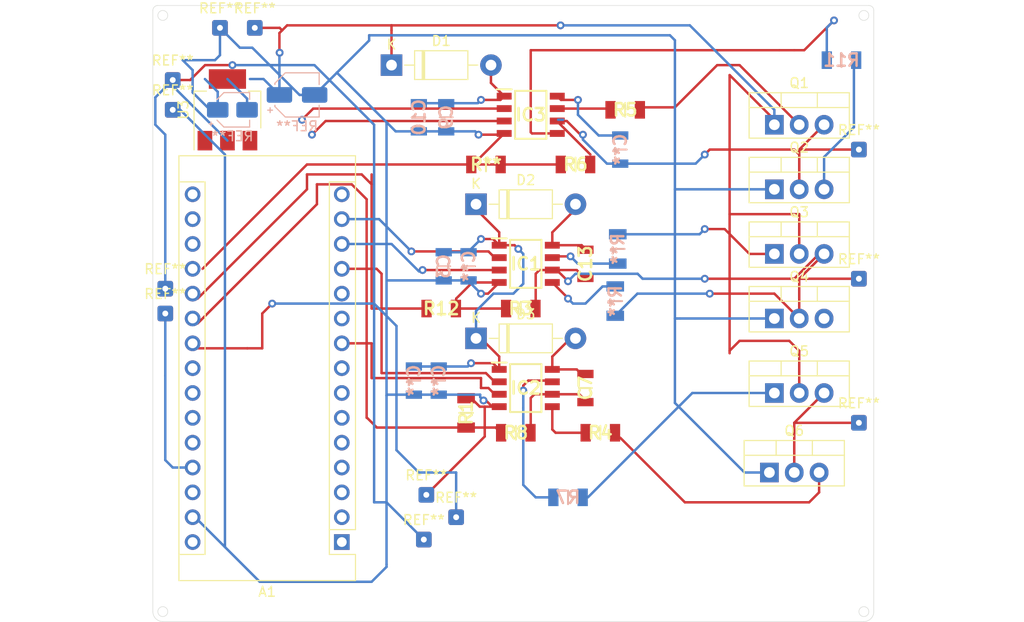
<source format=kicad_pcb>
(kicad_pcb (version 20171130) (host pcbnew "(5.1.9)-1")

  (general
    (thickness 1.6)
    (drawings 12)
    (tracks 349)
    (zones 0)
    (modules 49)
    (nets 61)
  )

  (page A4)
  (layers
    (0 F.Cu signal)
    (31 B.Cu mixed)
    (32 B.Adhes user)
    (33 F.Adhes user)
    (34 B.Paste user)
    (35 F.Paste user)
    (36 B.SilkS user)
    (37 F.SilkS user)
    (38 B.Mask user)
    (39 F.Mask user)
    (40 Dwgs.User user)
    (41 Cmts.User user)
    (42 Eco1.User user)
    (43 Eco2.User user)
    (44 Edge.Cuts user)
    (45 Margin user)
    (46 B.CrtYd user)
    (47 F.CrtYd user)
    (48 B.Fab user)
    (49 F.Fab user)
  )

  (setup
    (last_trace_width 0.25)
    (trace_clearance 0.2)
    (zone_clearance 0.508)
    (zone_45_only no)
    (trace_min 0.2)
    (via_size 0.8)
    (via_drill 0.4)
    (via_min_size 0.4)
    (via_min_drill 0.3)
    (uvia_size 0.3)
    (uvia_drill 0.1)
    (uvias_allowed no)
    (uvia_min_size 0.2)
    (uvia_min_drill 0.1)
    (edge_width 0.05)
    (segment_width 0.2)
    (pcb_text_width 0.3)
    (pcb_text_size 1.5 1.5)
    (mod_edge_width 0.12)
    (mod_text_size 1 1)
    (mod_text_width 0.15)
    (pad_size 1.524 1.524)
    (pad_drill 0.762)
    (pad_to_mask_clearance 0)
    (aux_axis_origin 0 0)
    (visible_elements 7FFFF7FF)
    (pcbplotparams
      (layerselection 0x010fc_ffffffff)
      (usegerberextensions false)
      (usegerberattributes true)
      (usegerberadvancedattributes true)
      (creategerberjobfile true)
      (excludeedgelayer true)
      (linewidth 0.100000)
      (plotframeref false)
      (viasonmask false)
      (mode 1)
      (useauxorigin false)
      (hpglpennumber 1)
      (hpglpenspeed 20)
      (hpglpendiameter 15.000000)
      (psnegative false)
      (psa4output false)
      (plotreference true)
      (plotvalue true)
      (plotinvisibletext false)
      (padsonsilk false)
      (subtractmaskfromsilk false)
      (outputformat 1)
      (mirror false)
      (drillshape 1)
      (scaleselection 1)
      (outputdirectory ""))
  )

  (net 0 "")
  (net 1 "Net-(A1-Pad16)")
  (net 2 "Net-(A1-Pad15)")
  (net 3 "Net-(A1-Pad30)")
  (net 4 "Net-(A1-Pad14)")
  (net 5 "Net-(A1-Pad29)")
  (net 6 "Net-(A1-Pad13)")
  (net 7 "Net-(A1-Pad28)")
  (net 8 "Net-(A1-Pad12)")
  (net 9 "Net-(A1-Pad27)")
  (net 10 "Net-(A1-Pad11)")
  (net 11 "Net-(A1-Pad26)")
  (net 12 "Net-(A1-Pad10)")
  (net 13 "Net-(A1-Pad25)")
  (net 14 "Net-(A1-Pad9)")
  (net 15 "Net-(A1-Pad24)")
  (net 16 "Net-(A1-Pad8)")
  (net 17 "Net-(A1-Pad23)")
  (net 18 "Net-(A1-Pad7)")
  (net 19 "Net-(A1-Pad22)")
  (net 20 "Net-(A1-Pad6)")
  (net 21 "Net-(A1-Pad21)")
  (net 22 "Net-(A1-Pad5)")
  (net 23 "Net-(A1-Pad20)")
  (net 24 "Net-(A1-Pad19)")
  (net 25 "Net-(A1-Pad3)")
  (net 26 "Net-(A1-Pad18)")
  (net 27 "Net-(A1-Pad2)")
  (net 28 "Net-(A1-Pad17)")
  (net 29 "Net-(A1-Pad1)")
  (net 30 "Net-(C3-Pad2)")
  (net 31 "Net-(C3-Pad1)")
  (net 32 "Net-(C7-Pad2)")
  (net 33 "Net-(C7-Pad1)")
  (net 34 Earth)
  (net 35 VDD)
  (net 36 +5V)
  (net 37 "Net-(C13-Pad2)")
  (net 38 "Net-(C13-Pad1)")
  (net 39 "Net-(IC1-Pad7)")
  (net 40 "Net-(IC1-Pad5)")
  (net 41 "Net-(IC1-Pad3)")
  (net 42 "Net-(IC1-Pad2)")
  (net 43 "Net-(IC2-Pad7)")
  (net 44 "Net-(IC2-Pad5)")
  (net 45 "Net-(IC2-Pad3)")
  (net 46 "Net-(IC2-Pad2)")
  (net 47 "Net-(IC3-Pad7)")
  (net 48 "Net-(IC3-Pad5)")
  (net 49 "Net-(IC3-Pad3)")
  (net 50 "Net-(IC3-Pad2)")
  (net 51 "Net-(Q1-Pad1)")
  (net 52 "Net-(Q2-Pad1)")
  (net 53 "Net-(Q3-Pad1)")
  (net 54 "Net-(Q4-Pad1)")
  (net 55 "Net-(Q5-Pad1)")
  (net 56 "Net-(Q6-Pad1)")
  (net 57 "Net-(R7-Pad2)")
  (net 58 "Net-(R7-Pad1)")
  (net 59 "Net-(R11-Pad2)")
  (net 60 "Net-(R11-Pad1)")

  (net_class Default "This is the default net class."
    (clearance 0.2)
    (trace_width 0.25)
    (via_dia 0.8)
    (via_drill 0.4)
    (uvia_dia 0.3)
    (uvia_drill 0.1)
    (add_net +5V)
    (add_net Earth)
    (add_net "Net-(A1-Pad1)")
    (add_net "Net-(A1-Pad10)")
    (add_net "Net-(A1-Pad11)")
    (add_net "Net-(A1-Pad12)")
    (add_net "Net-(A1-Pad13)")
    (add_net "Net-(A1-Pad14)")
    (add_net "Net-(A1-Pad15)")
    (add_net "Net-(A1-Pad16)")
    (add_net "Net-(A1-Pad17)")
    (add_net "Net-(A1-Pad18)")
    (add_net "Net-(A1-Pad19)")
    (add_net "Net-(A1-Pad2)")
    (add_net "Net-(A1-Pad20)")
    (add_net "Net-(A1-Pad21)")
    (add_net "Net-(A1-Pad22)")
    (add_net "Net-(A1-Pad23)")
    (add_net "Net-(A1-Pad24)")
    (add_net "Net-(A1-Pad25)")
    (add_net "Net-(A1-Pad26)")
    (add_net "Net-(A1-Pad27)")
    (add_net "Net-(A1-Pad28)")
    (add_net "Net-(A1-Pad29)")
    (add_net "Net-(A1-Pad3)")
    (add_net "Net-(A1-Pad30)")
    (add_net "Net-(A1-Pad5)")
    (add_net "Net-(A1-Pad6)")
    (add_net "Net-(A1-Pad7)")
    (add_net "Net-(A1-Pad8)")
    (add_net "Net-(A1-Pad9)")
    (add_net "Net-(C13-Pad1)")
    (add_net "Net-(C13-Pad2)")
    (add_net "Net-(C3-Pad1)")
    (add_net "Net-(C3-Pad2)")
    (add_net "Net-(C7-Pad1)")
    (add_net "Net-(C7-Pad2)")
    (add_net "Net-(IC1-Pad2)")
    (add_net "Net-(IC1-Pad3)")
    (add_net "Net-(IC1-Pad5)")
    (add_net "Net-(IC1-Pad7)")
    (add_net "Net-(IC2-Pad2)")
    (add_net "Net-(IC2-Pad3)")
    (add_net "Net-(IC2-Pad5)")
    (add_net "Net-(IC2-Pad7)")
    (add_net "Net-(IC3-Pad2)")
    (add_net "Net-(IC3-Pad3)")
    (add_net "Net-(IC3-Pad5)")
    (add_net "Net-(IC3-Pad7)")
    (add_net "Net-(Q1-Pad1)")
    (add_net "Net-(Q2-Pad1)")
    (add_net "Net-(Q3-Pad1)")
    (add_net "Net-(Q4-Pad1)")
    (add_net "Net-(Q5-Pad1)")
    (add_net "Net-(Q6-Pad1)")
    (add_net "Net-(R11-Pad1)")
    (add_net "Net-(R11-Pad2)")
    (add_net "Net-(R7-Pad1)")
    (add_net "Net-(R7-Pad2)")
    (add_net VDD)
  )

  (module IR2301STRPBF:SOIC127P600X175-8N (layer F.Cu) (tedit 60261E4E) (tstamp 6027C08B)
    (at 125.984 84.836)
    (descr "8 Lead SOIC_")
    (tags "Integrated Circuit")
    (path /604286BB)
    (attr smd)
    (fp_text reference IC2 (at 0 0) (layer F.SilkS)
      (effects (font (size 1.27 1.27) (thickness 0.254)))
    )
    (fp_text value IR2301STRPBF (at 0 0) (layer F.SilkS) hide
      (effects (font (size 1.27 1.27) (thickness 0.254)))
    )
    (fp_line (start -3.725 -2.75) (end 3.725 -2.75) (layer Dwgs.User) (width 0.05))
    (fp_line (start 3.725 -2.75) (end 3.725 2.75) (layer Dwgs.User) (width 0.05))
    (fp_line (start 3.725 2.75) (end -3.725 2.75) (layer Dwgs.User) (width 0.05))
    (fp_line (start -3.725 2.75) (end -3.725 -2.75) (layer Dwgs.User) (width 0.05))
    (fp_line (start -1.95 -2.45) (end 1.95 -2.45) (layer Dwgs.User) (width 0.1))
    (fp_line (start 1.95 -2.45) (end 1.95 2.45) (layer Dwgs.User) (width 0.1))
    (fp_line (start 1.95 2.45) (end -1.95 2.45) (layer Dwgs.User) (width 0.1))
    (fp_line (start -1.95 2.45) (end -1.95 -2.45) (layer Dwgs.User) (width 0.1))
    (fp_line (start -1.95 -1.18) (end -0.68 -2.45) (layer Dwgs.User) (width 0.1))
    (fp_line (start -1.6 -2.45) (end 1.6 -2.45) (layer F.SilkS) (width 0.2))
    (fp_line (start 1.6 -2.45) (end 1.6 2.45) (layer F.SilkS) (width 0.2))
    (fp_line (start 1.6 2.45) (end -1.6 2.45) (layer F.SilkS) (width 0.2))
    (fp_line (start -1.6 2.45) (end -1.6 -2.45) (layer F.SilkS) (width 0.2))
    (fp_line (start -3.475 -2.605) (end -1.95 -2.605) (layer F.SilkS) (width 0.2))
    (pad 8 smd rect (at 2.712 -1.905 90) (size 0.7 1.525) (layers F.Cu F.Paste F.Mask)
      (net 33 "Net-(C7-Pad1)"))
    (pad 7 smd rect (at 2.712 -0.635 90) (size 0.7 1.525) (layers F.Cu F.Paste F.Mask)
      (net 43 "Net-(IC2-Pad7)"))
    (pad 6 smd rect (at 2.712 0.635 90) (size 0.7 1.525) (layers F.Cu F.Paste F.Mask)
      (net 32 "Net-(C7-Pad2)"))
    (pad 5 smd rect (at 2.712 1.905 90) (size 0.7 1.525) (layers F.Cu F.Paste F.Mask)
      (net 44 "Net-(IC2-Pad5)"))
    (pad 4 smd rect (at -2.712 1.905 90) (size 0.7 1.525) (layers F.Cu F.Paste F.Mask)
      (net 34 Earth))
    (pad 3 smd rect (at -2.712 0.635 90) (size 0.7 1.525) (layers F.Cu F.Paste F.Mask)
      (net 45 "Net-(IC2-Pad3)"))
    (pad 2 smd rect (at -2.712 -0.635 90) (size 0.7 1.525) (layers F.Cu F.Paste F.Mask)
      (net 46 "Net-(IC2-Pad2)"))
    (pad 1 smd rect (at -2.712 -1.905 90) (size 0.7 1.525) (layers F.Cu F.Paste F.Mask)
      (net 35 VDD))
    (model C:/ic/IR2301.step
      (at (xyz 0 0 0))
      (scale (xyz 1 1 1))
      (rotate (xyz -90 0 0))
    )
  )

  (module R:RESC3216X60N (layer B.Cu) (tedit 602651CF) (tstamp 6028CC3F)
    (at 135.128 75.946 270)
    (descr CRCW1206)
    (tags Resistor)
    (attr smd)
    (fp_text reference R** (at 0 0 270) (layer B.SilkS)
      (effects (font (size 1.27 1.27) (thickness 0.254)) (justify mirror))
    )
    (fp_text value RESC3216X60N (at 0 0 270) (layer B.SilkS) hide
      (effects (font (size 1.27 1.27) (thickness 0.254)) (justify mirror))
    )
    (fp_line (start -2.275 1.15) (end 2.275 1.15) (layer Dwgs.User) (width 0.05))
    (fp_line (start 2.275 1.15) (end 2.275 -1.15) (layer Dwgs.User) (width 0.05))
    (fp_line (start 2.275 -1.15) (end -2.275 -1.15) (layer Dwgs.User) (width 0.05))
    (fp_line (start -2.275 -1.15) (end -2.275 1.15) (layer Dwgs.User) (width 0.05))
    (fp_line (start -1.575 0.8) (end 1.575 0.8) (layer Dwgs.User) (width 0.1))
    (fp_line (start 1.575 0.8) (end 1.575 -0.8) (layer Dwgs.User) (width 0.1))
    (fp_line (start 1.575 -0.8) (end -1.575 -0.8) (layer Dwgs.User) (width 0.1))
    (fp_line (start -1.575 -0.8) (end -1.575 0.8) (layer Dwgs.User) (width 0.1))
    (fp_line (start 0 0.7) (end 0 -0.7) (layer B.SilkS) (width 0.2))
    (pad 2 smd rect (at 1.5 0 270) (size 1.05 1.8) (layers B.Cu B.Paste B.Mask))
    (pad 1 smd rect (at -1.5 0 270) (size 1.05 1.8) (layers B.Cu B.Paste B.Mask))
    (model C:/CRCW12061K00JNTA/3D/CRCW12061K00JNTA.stp
      (at (xyz 0 0 0))
      (scale (xyz 1 1 1))
      (rotate (xyz 0 0 0))
    )
  )

  (module R:RESC3216X60N (layer B.Cu) (tedit 602651CF) (tstamp 6028CB91)
    (at 135.382 70.612 270)
    (descr CRCW1206)
    (tags Resistor)
    (attr smd)
    (fp_text reference R** (at 0 0 270) (layer B.SilkS)
      (effects (font (size 1.27 1.27) (thickness 0.254)) (justify mirror))
    )
    (fp_text value RESC3216X60N (at 0 0 270) (layer B.SilkS) hide
      (effects (font (size 1.27 1.27) (thickness 0.254)) (justify mirror))
    )
    (fp_line (start -2.275 1.15) (end 2.275 1.15) (layer Dwgs.User) (width 0.05))
    (fp_line (start 2.275 1.15) (end 2.275 -1.15) (layer Dwgs.User) (width 0.05))
    (fp_line (start 2.275 -1.15) (end -2.275 -1.15) (layer Dwgs.User) (width 0.05))
    (fp_line (start -2.275 -1.15) (end -2.275 1.15) (layer Dwgs.User) (width 0.05))
    (fp_line (start -1.575 0.8) (end 1.575 0.8) (layer Dwgs.User) (width 0.1))
    (fp_line (start 1.575 0.8) (end 1.575 -0.8) (layer Dwgs.User) (width 0.1))
    (fp_line (start 1.575 -0.8) (end -1.575 -0.8) (layer Dwgs.User) (width 0.1))
    (fp_line (start -1.575 -0.8) (end -1.575 0.8) (layer Dwgs.User) (width 0.1))
    (fp_line (start 0 0.7) (end 0 -0.7) (layer B.SilkS) (width 0.2))
    (pad 2 smd rect (at 1.5 0 270) (size 1.05 1.8) (layers B.Cu B.Paste B.Mask))
    (pad 1 smd rect (at -1.5 0 270) (size 1.05 1.8) (layers B.Cu B.Paste B.Mask))
    (model C:/CRCW12061K00JNTA/3D/CRCW12061K00JNTA.stp
      (at (xyz 0 0 0))
      (scale (xyz 1 1 1))
      (rotate (xyz 0 0 0))
    )
  )

  (module 1206:CAPC3215X163N (layer B.Cu) (tedit 60265243) (tstamp 6028C4F2)
    (at 135.636 60.452 270)
    (descr 1206)
    (tags Capacitor)
    (attr smd)
    (fp_text reference C** (at 0 0 270) (layer B.SilkS)
      (effects (font (size 1.27 1.27) (thickness 0.254)) (justify mirror))
    )
    (fp_text value CAPC3215X163N (at 0 0 270) (layer B.SilkS) hide
      (effects (font (size 1.27 1.27) (thickness 0.254)) (justify mirror))
    )
    (fp_line (start -2.015 0.98) (end 2.015 0.98) (layer Dwgs.User) (width 0.05))
    (fp_line (start 2.015 0.98) (end 2.015 -0.98) (layer Dwgs.User) (width 0.05))
    (fp_line (start 2.015 -0.98) (end -2.015 -0.98) (layer Dwgs.User) (width 0.05))
    (fp_line (start -2.015 -0.98) (end -2.015 0.98) (layer Dwgs.User) (width 0.05))
    (fp_line (start -1.59 0.76) (end 1.59 0.76) (layer Dwgs.User) (width 0.1))
    (fp_line (start 1.59 0.76) (end 1.59 -0.76) (layer Dwgs.User) (width 0.1))
    (fp_line (start 1.59 -0.76) (end -1.59 -0.76) (layer Dwgs.User) (width 0.1))
    (fp_line (start -1.59 -0.76) (end -1.59 0.76) (layer Dwgs.User) (width 0.1))
    (fp_line (start 0 0.66) (end 0 -0.66) (layer B.SilkS) (width 0.2))
    (pad 2 smd rect (at 1.44 0 270) (size 0.85 1.66) (layers B.Cu B.Paste B.Mask))
    (pad 1 smd rect (at -1.44 0 270) (size 0.85 1.66) (layers B.Cu B.Paste B.Mask))
    (model C:/1206/3D/1206.stp
      (at (xyz 0 0 0))
      (scale (xyz 1 1 1))
      (rotate (xyz 0 0 0))
    )
  )

  (module Connector_Wire:SolderWire-0.1sqmm_1x01_D0.4mm_OD1mm (layer F.Cu) (tedit 5EB70B42) (tstamp 6028C26D)
    (at 89.154 77.216)
    (descr "Soldered wire connection, for a single 0.1 mm² wire, basic insulation, conductor diameter 0.4mm, outer diameter 1mm, size source Multi-Contact FLEXI-E 0.1 (https://ec.staubli.com/AcroFiles/Catalogues/TM_Cab-Main-11014119_(en)_hi.pdf), bend radius 3 times outer diameter, generated with kicad-footprint-generator")
    (tags "connector wire 0.1sqmm")
    (attr virtual)
    (fp_text reference REF** (at 0 -2) (layer F.SilkS)
      (effects (font (size 1 1) (thickness 0.15)))
    )
    (fp_text value SolderWire-0.1sqmm_1x01_D0.4mm_OD1mm (at 0 2) (layer F.Fab)
      (effects (font (size 1 1) (thickness 0.15)))
    )
    (fp_line (start 1.3 -1.3) (end -1.3 -1.3) (layer F.CrtYd) (width 0.05))
    (fp_line (start 1.3 1.3) (end 1.3 -1.3) (layer F.CrtYd) (width 0.05))
    (fp_line (start -1.3 1.3) (end 1.3 1.3) (layer F.CrtYd) (width 0.05))
    (fp_line (start -1.3 -1.3) (end -1.3 1.3) (layer F.CrtYd) (width 0.05))
    (fp_circle (center 0 0) (end 0.5 0) (layer F.Fab) (width 0.1))
    (fp_text user %R (at 0 0) (layer F.Fab)
      (effects (font (size 0.25 0.25) (thickness 0.04)))
    )
    (pad 1 thru_hole roundrect (at 0 0) (size 1.6 1.6) (drill 0.6) (layers *.Cu *.Mask) (roundrect_rratio 0.15625))
    (model ${KISYS3DMOD}/Connector_Wire.3dshapes/SolderWire-0.1sqmm_1x01_D0.4mm_OD1mm.wrl
      (at (xyz 0 0 0))
      (scale (xyz 1 1 1))
      (rotate (xyz 0 0 0))
    )
  )

  (module Connector_Wire:SolderWire-0.1sqmm_1x01_D0.4mm_OD1mm (layer F.Cu) (tedit 5EB70B42) (tstamp 6028C230)
    (at 89.154 74.676)
    (descr "Soldered wire connection, for a single 0.1 mm² wire, basic insulation, conductor diameter 0.4mm, outer diameter 1mm, size source Multi-Contact FLEXI-E 0.1 (https://ec.staubli.com/AcroFiles/Catalogues/TM_Cab-Main-11014119_(en)_hi.pdf), bend radius 3 times outer diameter, generated with kicad-footprint-generator")
    (tags "connector wire 0.1sqmm")
    (attr virtual)
    (fp_text reference REF** (at 0 -2) (layer F.SilkS)
      (effects (font (size 1 1) (thickness 0.15)))
    )
    (fp_text value SolderWire-0.1sqmm_1x01_D0.4mm_OD1mm (at 0 2) (layer F.Fab)
      (effects (font (size 1 1) (thickness 0.15)))
    )
    (fp_line (start 1.3 -1.3) (end -1.3 -1.3) (layer F.CrtYd) (width 0.05))
    (fp_line (start 1.3 1.3) (end 1.3 -1.3) (layer F.CrtYd) (width 0.05))
    (fp_line (start -1.3 1.3) (end 1.3 1.3) (layer F.CrtYd) (width 0.05))
    (fp_line (start -1.3 -1.3) (end -1.3 1.3) (layer F.CrtYd) (width 0.05))
    (fp_circle (center 0 0) (end 0.5 0) (layer F.Fab) (width 0.1))
    (fp_text user %R (at 0 0) (layer F.Fab)
      (effects (font (size 0.25 0.25) (thickness 0.04)))
    )
    (pad 1 thru_hole roundrect (at 0 0) (size 1.6 1.6) (drill 0.6) (layers *.Cu *.Mask) (roundrect_rratio 0.15625))
    (model ${KISYS3DMOD}/Connector_Wire.3dshapes/SolderWire-0.1sqmm_1x01_D0.4mm_OD1mm.wrl
      (at (xyz 0 0 0))
      (scale (xyz 1 1 1))
      (rotate (xyz 0 0 0))
    )
  )

  (module Connector_Wire:SolderWire-0.1sqmm_1x01_D0.4mm_OD1mm (layer F.Cu) (tedit 5EB70B42) (tstamp 60280361)
    (at 115.57 100.33)
    (descr "Soldered wire connection, for a single 0.1 mm² wire, basic insulation, conductor diameter 0.4mm, outer diameter 1mm, size source Multi-Contact FLEXI-E 0.1 (https://ec.staubli.com/AcroFiles/Catalogues/TM_Cab-Main-11014119_(en)_hi.pdf), bend radius 3 times outer diameter, generated with kicad-footprint-generator")
    (tags "connector wire 0.1sqmm")
    (attr virtual)
    (fp_text reference REF** (at 0 -2) (layer F.SilkS)
      (effects (font (size 1 1) (thickness 0.15)))
    )
    (fp_text value SolderWire-0.1sqmm_1x01_D0.4mm_OD1mm (at 0 2) (layer F.Fab)
      (effects (font (size 1 1) (thickness 0.15)))
    )
    (fp_circle (center 0 0) (end 0.5 0) (layer F.Fab) (width 0.1))
    (fp_line (start -1.3 -1.3) (end -1.3 1.3) (layer F.CrtYd) (width 0.05))
    (fp_line (start -1.3 1.3) (end 1.3 1.3) (layer F.CrtYd) (width 0.05))
    (fp_line (start 1.3 1.3) (end 1.3 -1.3) (layer F.CrtYd) (width 0.05))
    (fp_line (start 1.3 -1.3) (end -1.3 -1.3) (layer F.CrtYd) (width 0.05))
    (fp_text user %R (at 0 0) (layer F.Fab)
      (effects (font (size 0.25 0.25) (thickness 0.04)))
    )
    (pad 1 thru_hole roundrect (at 0 0) (size 1.6 1.6) (drill 0.6) (layers *.Cu *.Mask) (roundrect_rratio 0.15625))
    (model ${KISYS3DMOD}/Connector_Wire.3dshapes/SolderWire-0.1sqmm_1x01_D0.4mm_OD1mm.wrl
      (at (xyz 0 0 0))
      (scale (xyz 1 1 1))
      (rotate (xyz 0 0 0))
    )
  )

  (module Connector_Wire:SolderWire-0.1sqmm_1x01_D0.4mm_OD1mm (layer F.Cu) (tedit 5EB70B42) (tstamp 60280324)
    (at 118.872 98.044)
    (descr "Soldered wire connection, for a single 0.1 mm² wire, basic insulation, conductor diameter 0.4mm, outer diameter 1mm, size source Multi-Contact FLEXI-E 0.1 (https://ec.staubli.com/AcroFiles/Catalogues/TM_Cab-Main-11014119_(en)_hi.pdf), bend radius 3 times outer diameter, generated with kicad-footprint-generator")
    (tags "connector wire 0.1sqmm")
    (attr virtual)
    (fp_text reference REF** (at 0 -2) (layer F.SilkS)
      (effects (font (size 1 1) (thickness 0.15)))
    )
    (fp_text value SolderWire-0.1sqmm_1x01_D0.4mm_OD1mm (at 0 2) (layer F.Fab)
      (effects (font (size 1 1) (thickness 0.15)))
    )
    (fp_circle (center 0 0) (end 0.5 0) (layer F.Fab) (width 0.1))
    (fp_line (start -1.3 -1.3) (end -1.3 1.3) (layer F.CrtYd) (width 0.05))
    (fp_line (start -1.3 1.3) (end 1.3 1.3) (layer F.CrtYd) (width 0.05))
    (fp_line (start 1.3 1.3) (end 1.3 -1.3) (layer F.CrtYd) (width 0.05))
    (fp_line (start 1.3 -1.3) (end -1.3 -1.3) (layer F.CrtYd) (width 0.05))
    (fp_text user %R (at 0 0) (layer F.Fab)
      (effects (font (size 0.25 0.25) (thickness 0.04)))
    )
    (pad 1 thru_hole roundrect (at 0 0) (size 1.6 1.6) (drill 0.6) (layers *.Cu *.Mask) (roundrect_rratio 0.15625))
    (model ${KISYS3DMOD}/Connector_Wire.3dshapes/SolderWire-0.1sqmm_1x01_D0.4mm_OD1mm.wrl
      (at (xyz 0 0 0))
      (scale (xyz 1 1 1))
      (rotate (xyz 0 0 0))
    )
  )

  (module Connector_Wire:SolderWire-0.1sqmm_1x01_D0.4mm_OD1mm (layer F.Cu) (tedit 5EB70B42) (tstamp 602802E7)
    (at 115.824 95.758)
    (descr "Soldered wire connection, for a single 0.1 mm² wire, basic insulation, conductor diameter 0.4mm, outer diameter 1mm, size source Multi-Contact FLEXI-E 0.1 (https://ec.staubli.com/AcroFiles/Catalogues/TM_Cab-Main-11014119_(en)_hi.pdf), bend radius 3 times outer diameter, generated with kicad-footprint-generator")
    (tags "connector wire 0.1sqmm")
    (attr virtual)
    (fp_text reference REF** (at 0 -2) (layer F.SilkS)
      (effects (font (size 1 1) (thickness 0.15)))
    )
    (fp_text value SolderWire-0.1sqmm_1x01_D0.4mm_OD1mm (at 0 2) (layer F.Fab)
      (effects (font (size 1 1) (thickness 0.15)))
    )
    (fp_circle (center 0 0) (end 0.5 0) (layer F.Fab) (width 0.1))
    (fp_line (start -1.3 -1.3) (end -1.3 1.3) (layer F.CrtYd) (width 0.05))
    (fp_line (start -1.3 1.3) (end 1.3 1.3) (layer F.CrtYd) (width 0.05))
    (fp_line (start 1.3 1.3) (end 1.3 -1.3) (layer F.CrtYd) (width 0.05))
    (fp_line (start 1.3 -1.3) (end -1.3 -1.3) (layer F.CrtYd) (width 0.05))
    (fp_text user %R (at 0 0) (layer F.Fab)
      (effects (font (size 0.25 0.25) (thickness 0.04)))
    )
    (pad 1 thru_hole roundrect (at 0 0) (size 1.6 1.6) (drill 0.6) (layers *.Cu *.Mask) (roundrect_rratio 0.15625))
    (model ${KISYS3DMOD}/Connector_Wire.3dshapes/SolderWire-0.1sqmm_1x01_D0.4mm_OD1mm.wrl
      (at (xyz 0 0 0))
      (scale (xyz 1 1 1))
      (rotate (xyz 0 0 0))
    )
  )

  (module 1206:CAPC3215X163N (layer B.Cu) (tedit 60265243) (tstamp 60287D41)
    (at 114.554 84.074 270)
    (descr 1206)
    (tags Capacitor)
    (attr smd)
    (fp_text reference C** (at 0 0 270) (layer B.SilkS)
      (effects (font (size 1.27 1.27) (thickness 0.254)) (justify mirror))
    )
    (fp_text value CAPC3215X163N (at 0 0 270) (layer B.SilkS) hide
      (effects (font (size 1.27 1.27) (thickness 0.254)) (justify mirror))
    )
    (fp_line (start -2.015 0.98) (end 2.015 0.98) (layer Dwgs.User) (width 0.05))
    (fp_line (start 2.015 0.98) (end 2.015 -0.98) (layer Dwgs.User) (width 0.05))
    (fp_line (start 2.015 -0.98) (end -2.015 -0.98) (layer Dwgs.User) (width 0.05))
    (fp_line (start -2.015 -0.98) (end -2.015 0.98) (layer Dwgs.User) (width 0.05))
    (fp_line (start -1.59 0.76) (end 1.59 0.76) (layer Dwgs.User) (width 0.1))
    (fp_line (start 1.59 0.76) (end 1.59 -0.76) (layer Dwgs.User) (width 0.1))
    (fp_line (start 1.59 -0.76) (end -1.59 -0.76) (layer Dwgs.User) (width 0.1))
    (fp_line (start -1.59 -0.76) (end -1.59 0.76) (layer Dwgs.User) (width 0.1))
    (fp_line (start 0 0.66) (end 0 -0.66) (layer B.SilkS) (width 0.2))
    (pad 2 smd rect (at 1.44 0 270) (size 0.85 1.66) (layers B.Cu B.Paste B.Mask))
    (pad 1 smd rect (at -1.44 0 270) (size 0.85 1.66) (layers B.Cu B.Paste B.Mask))
    (model C:/1206/3D/1206.stp
      (at (xyz 0 0 0))
      (scale (xyz 1 1 1))
      (rotate (xyz 0 0 0))
    )
  )

  (module 1206:CAPC3215X163N (layer B.Cu) (tedit 60265243) (tstamp 60287CEC)
    (at 117.094 84.074 270)
    (descr 1206)
    (tags Capacitor)
    (attr smd)
    (fp_text reference C** (at 0 0 270) (layer B.SilkS)
      (effects (font (size 1.27 1.27) (thickness 0.254)) (justify mirror))
    )
    (fp_text value CAPC3215X163N (at 0 0 270) (layer B.SilkS) hide
      (effects (font (size 1.27 1.27) (thickness 0.254)) (justify mirror))
    )
    (fp_line (start -2.015 0.98) (end 2.015 0.98) (layer Dwgs.User) (width 0.05))
    (fp_line (start 2.015 0.98) (end 2.015 -0.98) (layer Dwgs.User) (width 0.05))
    (fp_line (start 2.015 -0.98) (end -2.015 -0.98) (layer Dwgs.User) (width 0.05))
    (fp_line (start -2.015 -0.98) (end -2.015 0.98) (layer Dwgs.User) (width 0.05))
    (fp_line (start -1.59 0.76) (end 1.59 0.76) (layer Dwgs.User) (width 0.1))
    (fp_line (start 1.59 0.76) (end 1.59 -0.76) (layer Dwgs.User) (width 0.1))
    (fp_line (start 1.59 -0.76) (end -1.59 -0.76) (layer Dwgs.User) (width 0.1))
    (fp_line (start -1.59 -0.76) (end -1.59 0.76) (layer Dwgs.User) (width 0.1))
    (fp_line (start 0 0.66) (end 0 -0.66) (layer B.SilkS) (width 0.2))
    (pad 2 smd rect (at 1.44 0 270) (size 0.85 1.66) (layers B.Cu B.Paste B.Mask))
    (pad 1 smd rect (at -1.44 0 270) (size 0.85 1.66) (layers B.Cu B.Paste B.Mask))
    (model C:/1206/3D/1206.stp
      (at (xyz 0 0 0))
      (scale (xyz 1 1 1))
      (rotate (xyz 0 0 0))
    )
  )

  (module 1206:CAPC3215X163N (layer B.Cu) (tedit 60265243) (tstamp 60287C1F)
    (at 120.142 72.39 270)
    (descr 1206)
    (tags Capacitor)
    (attr smd)
    (fp_text reference C** (at 0 0 270) (layer B.SilkS)
      (effects (font (size 1.27 1.27) (thickness 0.254)) (justify mirror))
    )
    (fp_text value CAPC3215X163N (at 0 0 270) (layer B.SilkS) hide
      (effects (font (size 1.27 1.27) (thickness 0.254)) (justify mirror))
    )
    (fp_line (start -2.015 0.98) (end 2.015 0.98) (layer Dwgs.User) (width 0.05))
    (fp_line (start 2.015 0.98) (end 2.015 -0.98) (layer Dwgs.User) (width 0.05))
    (fp_line (start 2.015 -0.98) (end -2.015 -0.98) (layer Dwgs.User) (width 0.05))
    (fp_line (start -2.015 -0.98) (end -2.015 0.98) (layer Dwgs.User) (width 0.05))
    (fp_line (start -1.59 0.76) (end 1.59 0.76) (layer Dwgs.User) (width 0.1))
    (fp_line (start 1.59 0.76) (end 1.59 -0.76) (layer Dwgs.User) (width 0.1))
    (fp_line (start 1.59 -0.76) (end -1.59 -0.76) (layer Dwgs.User) (width 0.1))
    (fp_line (start -1.59 -0.76) (end -1.59 0.76) (layer Dwgs.User) (width 0.1))
    (fp_line (start 0 0.66) (end 0 -0.66) (layer B.SilkS) (width 0.2))
    (pad 2 smd rect (at 1.44 0 270) (size 0.85 1.66) (layers B.Cu B.Paste B.Mask))
    (pad 1 smd rect (at -1.44 0 270) (size 0.85 1.66) (layers B.Cu B.Paste B.Mask))
    (model C:/1206/3D/1206.stp
      (at (xyz 0 0 0))
      (scale (xyz 1 1 1))
      (rotate (xyz 0 0 0))
    )
  )

  (module Connector_Wire:SolderWire-0.1sqmm_1x01_D0.4mm_OD1mm (layer F.Cu) (tedit 5EB70B42) (tstamp 6028700B)
    (at 89.916 56.388)
    (descr "Soldered wire connection, for a single 0.1 mm² wire, basic insulation, conductor diameter 0.4mm, outer diameter 1mm, size source Multi-Contact FLEXI-E 0.1 (https://ec.staubli.com/AcroFiles/Catalogues/TM_Cab-Main-11014119_(en)_hi.pdf), bend radius 3 times outer diameter, generated with kicad-footprint-generator")
    (tags "connector wire 0.1sqmm")
    (attr virtual)
    (fp_text reference REF** (at 0 -2) (layer F.SilkS)
      (effects (font (size 1 1) (thickness 0.15)))
    )
    (fp_text value SolderWire-0.1sqmm_1x01_D0.4mm_OD1mm (at 0 2) (layer F.Fab)
      (effects (font (size 1 1) (thickness 0.15)))
    )
    (fp_line (start 1.3 -1.3) (end -1.3 -1.3) (layer F.CrtYd) (width 0.05))
    (fp_line (start 1.3 1.3) (end 1.3 -1.3) (layer F.CrtYd) (width 0.05))
    (fp_line (start -1.3 1.3) (end 1.3 1.3) (layer F.CrtYd) (width 0.05))
    (fp_line (start -1.3 -1.3) (end -1.3 1.3) (layer F.CrtYd) (width 0.05))
    (fp_circle (center 0 0) (end 0.5 0) (layer F.Fab) (width 0.1))
    (fp_text user %R (at 0 0) (layer F.Fab)
      (effects (font (size 0.25 0.25) (thickness 0.04)))
    )
    (pad 1 thru_hole roundrect (at 0 0) (size 1.6 1.6) (drill 0.6) (layers *.Cu *.Mask) (roundrect_rratio 0.15625))
    (model ${KISYS3DMOD}/Connector_Wire.3dshapes/SolderWire-0.1sqmm_1x01_D0.4mm_OD1mm.wrl
      (at (xyz 0 0 0))
      (scale (xyz 1 1 1))
      (rotate (xyz 0 0 0))
    )
  )

  (module Connector_Wire:SolderWire-0.1sqmm_1x01_D0.4mm_OD1mm (layer F.Cu) (tedit 5EB70B42) (tstamp 60286FD8)
    (at 89.916 53.34)
    (descr "Soldered wire connection, for a single 0.1 mm² wire, basic insulation, conductor diameter 0.4mm, outer diameter 1mm, size source Multi-Contact FLEXI-E 0.1 (https://ec.staubli.com/AcroFiles/Catalogues/TM_Cab-Main-11014119_(en)_hi.pdf), bend radius 3 times outer diameter, generated with kicad-footprint-generator")
    (tags "connector wire 0.1sqmm")
    (attr virtual)
    (fp_text reference REF** (at 0 -2) (layer F.SilkS)
      (effects (font (size 1 1) (thickness 0.15)))
    )
    (fp_text value SolderWire-0.1sqmm_1x01_D0.4mm_OD1mm (at 0 2) (layer F.Fab)
      (effects (font (size 1 1) (thickness 0.15)))
    )
    (fp_line (start 1.3 -1.3) (end -1.3 -1.3) (layer F.CrtYd) (width 0.05))
    (fp_line (start 1.3 1.3) (end 1.3 -1.3) (layer F.CrtYd) (width 0.05))
    (fp_line (start -1.3 1.3) (end 1.3 1.3) (layer F.CrtYd) (width 0.05))
    (fp_line (start -1.3 -1.3) (end -1.3 1.3) (layer F.CrtYd) (width 0.05))
    (fp_circle (center 0 0) (end 0.5 0) (layer F.Fab) (width 0.1))
    (fp_text user %R (at 0 0) (layer F.Fab)
      (effects (font (size 0.25 0.25) (thickness 0.04)))
    )
    (pad 1 thru_hole roundrect (at 0 0) (size 1.6 1.6) (drill 0.6) (layers *.Cu *.Mask) (roundrect_rratio 0.15625))
    (model ${KISYS3DMOD}/Connector_Wire.3dshapes/SolderWire-0.1sqmm_1x01_D0.4mm_OD1mm.wrl
      (at (xyz 0 0 0))
      (scale (xyz 1 1 1))
      (rotate (xyz 0 0 0))
    )
  )

  (module Connector_Wire:SolderWire-0.1sqmm_1x01_D0.4mm_OD1mm (layer F.Cu) (tedit 5EB70B42) (tstamp 60286ED9)
    (at 94.742 48.006)
    (descr "Soldered wire connection, for a single 0.1 mm² wire, basic insulation, conductor diameter 0.4mm, outer diameter 1mm, size source Multi-Contact FLEXI-E 0.1 (https://ec.staubli.com/AcroFiles/Catalogues/TM_Cab-Main-11014119_(en)_hi.pdf), bend radius 3 times outer diameter, generated with kicad-footprint-generator")
    (tags "connector wire 0.1sqmm")
    (attr virtual)
    (fp_text reference REF** (at 0 -2) (layer F.SilkS)
      (effects (font (size 1 1) (thickness 0.15)))
    )
    (fp_text value SolderWire-0.1sqmm_1x01_D0.4mm_OD1mm (at 0 2) (layer F.Fab)
      (effects (font (size 1 1) (thickness 0.15)))
    )
    (fp_line (start 1.3 -1.3) (end -1.3 -1.3) (layer F.CrtYd) (width 0.05))
    (fp_line (start 1.3 1.3) (end 1.3 -1.3) (layer F.CrtYd) (width 0.05))
    (fp_line (start -1.3 1.3) (end 1.3 1.3) (layer F.CrtYd) (width 0.05))
    (fp_line (start -1.3 -1.3) (end -1.3 1.3) (layer F.CrtYd) (width 0.05))
    (fp_circle (center 0 0) (end 0.5 0) (layer F.Fab) (width 0.1))
    (fp_text user %R (at 0 0) (layer F.Fab)
      (effects (font (size 0.25 0.25) (thickness 0.04)))
    )
    (pad 1 thru_hole roundrect (at 0 0) (size 1.6 1.6) (drill 0.6) (layers *.Cu *.Mask) (roundrect_rratio 0.15625))
    (model ${KISYS3DMOD}/Connector_Wire.3dshapes/SolderWire-0.1sqmm_1x01_D0.4mm_OD1mm.wrl
      (at (xyz 0 0 0))
      (scale (xyz 1 1 1))
      (rotate (xyz 0 0 0))
    )
  )

  (module Connector_Wire:SolderWire-0.1sqmm_1x01_D0.4mm_OD1mm (layer F.Cu) (tedit 5EB70B42) (tstamp 60286EA6)
    (at 98.298 48.006)
    (descr "Soldered wire connection, for a single 0.1 mm² wire, basic insulation, conductor diameter 0.4mm, outer diameter 1mm, size source Multi-Contact FLEXI-E 0.1 (https://ec.staubli.com/AcroFiles/Catalogues/TM_Cab-Main-11014119_(en)_hi.pdf), bend radius 3 times outer diameter, generated with kicad-footprint-generator")
    (tags "connector wire 0.1sqmm")
    (attr virtual)
    (fp_text reference REF** (at 0 -2) (layer F.SilkS)
      (effects (font (size 1 1) (thickness 0.15)))
    )
    (fp_text value SolderWire-0.1sqmm_1x01_D0.4mm_OD1mm (at 0 2) (layer F.Fab)
      (effects (font (size 1 1) (thickness 0.15)))
    )
    (fp_line (start 1.3 -1.3) (end -1.3 -1.3) (layer F.CrtYd) (width 0.05))
    (fp_line (start 1.3 1.3) (end 1.3 -1.3) (layer F.CrtYd) (width 0.05))
    (fp_line (start -1.3 1.3) (end 1.3 1.3) (layer F.CrtYd) (width 0.05))
    (fp_line (start -1.3 -1.3) (end -1.3 1.3) (layer F.CrtYd) (width 0.05))
    (fp_circle (center 0 0) (end 0.5 0) (layer F.Fab) (width 0.1))
    (fp_text user %R (at 0 0) (layer F.Fab)
      (effects (font (size 0.25 0.25) (thickness 0.04)))
    )
    (pad 1 thru_hole roundrect (at 0 0) (size 1.6 1.6) (drill 0.6) (layers *.Cu *.Mask) (roundrect_rratio 0.15625))
    (model ${KISYS3DMOD}/Connector_Wire.3dshapes/SolderWire-0.1sqmm_1x01_D0.4mm_OD1mm.wrl
      (at (xyz 0 0 0))
      (scale (xyz 1 1 1))
      (rotate (xyz 0 0 0))
    )
  )

  (module Capacitor_SMD:CP_Elec_3x5.4 (layer B.Cu) (tedit 5BCA39CF) (tstamp 60284359)
    (at 96.012 56.388)
    (descr "SMD capacitor, aluminum electrolytic, Nichicon, 3.0x5.4mm")
    (tags "capacitor electrolytic")
    (attr smd)
    (fp_text reference REF** (at 0 2.7) (layer B.SilkS)
      (effects (font (size 1 1) (thickness 0.15)) (justify mirror))
    )
    (fp_text value CP_Elec_3x5.4 (at 0 -2.7) (layer B.Fab)
      (effects (font (size 1 1) (thickness 0.15)) (justify mirror))
    )
    (fp_line (start -2.85 -1.05) (end -1.78 -1.05) (layer B.CrtYd) (width 0.05))
    (fp_line (start -2.85 1.05) (end -2.85 -1.05) (layer B.CrtYd) (width 0.05))
    (fp_line (start -1.78 1.05) (end -2.85 1.05) (layer B.CrtYd) (width 0.05))
    (fp_line (start -1.78 1.05) (end -0.93 1.9) (layer B.CrtYd) (width 0.05))
    (fp_line (start -1.78 -1.05) (end -0.93 -1.9) (layer B.CrtYd) (width 0.05))
    (fp_line (start -0.93 1.9) (end 1.9 1.9) (layer B.CrtYd) (width 0.05))
    (fp_line (start -0.93 -1.9) (end 1.9 -1.9) (layer B.CrtYd) (width 0.05))
    (fp_line (start 1.9 -1.05) (end 1.9 -1.9) (layer B.CrtYd) (width 0.05))
    (fp_line (start 2.85 -1.05) (end 1.9 -1.05) (layer B.CrtYd) (width 0.05))
    (fp_line (start 2.85 1.05) (end 2.85 -1.05) (layer B.CrtYd) (width 0.05))
    (fp_line (start 1.9 1.05) (end 2.85 1.05) (layer B.CrtYd) (width 0.05))
    (fp_line (start 1.9 1.9) (end 1.9 1.05) (layer B.CrtYd) (width 0.05))
    (fp_line (start -2.1875 1.6225) (end -2.1875 1.2475) (layer B.SilkS) (width 0.12))
    (fp_line (start -2.375 1.435) (end -2 1.435) (layer B.SilkS) (width 0.12))
    (fp_line (start -1.570563 -1.06) (end -0.870563 -1.76) (layer B.SilkS) (width 0.12))
    (fp_line (start -1.570563 1.06) (end -0.870563 1.76) (layer B.SilkS) (width 0.12))
    (fp_line (start -0.870563 -1.76) (end 1.76 -1.76) (layer B.SilkS) (width 0.12))
    (fp_line (start -0.870563 1.76) (end 1.76 1.76) (layer B.SilkS) (width 0.12))
    (fp_line (start 1.76 1.76) (end 1.76 1.06) (layer B.SilkS) (width 0.12))
    (fp_line (start 1.76 -1.76) (end 1.76 -1.06) (layer B.SilkS) (width 0.12))
    (fp_line (start -0.960469 0.95) (end -0.960469 0.65) (layer B.Fab) (width 0.1))
    (fp_line (start -1.110469 0.8) (end -0.810469 0.8) (layer B.Fab) (width 0.1))
    (fp_line (start -1.65 -0.825) (end -0.825 -1.65) (layer B.Fab) (width 0.1))
    (fp_line (start -1.65 0.825) (end -0.825 1.65) (layer B.Fab) (width 0.1))
    (fp_line (start -1.65 0.825) (end -1.65 -0.825) (layer B.Fab) (width 0.1))
    (fp_line (start -0.825 -1.65) (end 1.65 -1.65) (layer B.Fab) (width 0.1))
    (fp_line (start -0.825 1.65) (end 1.65 1.65) (layer B.Fab) (width 0.1))
    (fp_line (start 1.65 1.65) (end 1.65 -1.65) (layer B.Fab) (width 0.1))
    (fp_circle (center 0 0) (end 1.5 0) (layer B.Fab) (width 0.1))
    (fp_text user %R (at 0 0) (layer B.Fab)
      (effects (font (size 0.6 0.6) (thickness 0.09)) (justify mirror))
    )
    (pad 2 smd roundrect (at 1.5 0) (size 2.2 1.6) (layers B.Cu B.Paste B.Mask) (roundrect_rratio 0.15625))
    (pad 1 smd roundrect (at -1.5 0) (size 2.2 1.6) (layers B.Cu B.Paste B.Mask) (roundrect_rratio 0.15625))
    (model ${KISYS3DMOD}/Capacitor_SMD.3dshapes/CP_Elec_3x5.4.wrl
      (at (xyz 0 0 0))
      (scale (xyz 1 1 1))
      (rotate (xyz 0 0 0))
    )
  )

  (module Connector_Wire:SolderWire-0.1sqmm_1x01_D0.4mm_OD1mm (layer F.Cu) (tedit 5EB70B42) (tstamp 602837D4)
    (at 160.02 88.392)
    (descr "Soldered wire connection, for a single 0.1 mm² wire, basic insulation, conductor diameter 0.4mm, outer diameter 1mm, size source Multi-Contact FLEXI-E 0.1 (https://ec.staubli.com/AcroFiles/Catalogues/TM_Cab-Main-11014119_(en)_hi.pdf), bend radius 3 times outer diameter, generated with kicad-footprint-generator")
    (tags "connector wire 0.1sqmm")
    (attr virtual)
    (fp_text reference REF** (at 0 -2) (layer F.SilkS)
      (effects (font (size 1 1) (thickness 0.15)))
    )
    (fp_text value SolderWire-0.1sqmm_1x01_D0.4mm_OD1mm (at 0 2) (layer F.Fab)
      (effects (font (size 1 1) (thickness 0.15)))
    )
    (fp_line (start 1.3 -1.3) (end -1.3 -1.3) (layer F.CrtYd) (width 0.05))
    (fp_line (start 1.3 1.3) (end 1.3 -1.3) (layer F.CrtYd) (width 0.05))
    (fp_line (start -1.3 1.3) (end 1.3 1.3) (layer F.CrtYd) (width 0.05))
    (fp_line (start -1.3 -1.3) (end -1.3 1.3) (layer F.CrtYd) (width 0.05))
    (fp_circle (center 0 0) (end 0.5 0) (layer F.Fab) (width 0.1))
    (fp_text user %R (at 0 0) (layer F.Fab)
      (effects (font (size 0.25 0.25) (thickness 0.04)))
    )
    (pad 1 thru_hole roundrect (at 0 0) (size 1.6 1.6) (drill 0.6) (layers *.Cu *.Mask) (roundrect_rratio 0.15625))
    (model ${KISYS3DMOD}/Connector_Wire.3dshapes/SolderWire-0.1sqmm_1x01_D0.4mm_OD1mm.wrl
      (at (xyz 0 0 0))
      (scale (xyz 1 1 1))
      (rotate (xyz 0 0 0))
    )
  )

  (module Connector_Wire:SolderWire-0.1sqmm_1x01_D0.4mm_OD1mm (layer F.Cu) (tedit 5EB70B42) (tstamp 6028376F)
    (at 160.02 73.66)
    (descr "Soldered wire connection, for a single 0.1 mm² wire, basic insulation, conductor diameter 0.4mm, outer diameter 1mm, size source Multi-Contact FLEXI-E 0.1 (https://ec.staubli.com/AcroFiles/Catalogues/TM_Cab-Main-11014119_(en)_hi.pdf), bend radius 3 times outer diameter, generated with kicad-footprint-generator")
    (tags "connector wire 0.1sqmm")
    (attr virtual)
    (fp_text reference REF** (at 0 -2) (layer F.SilkS)
      (effects (font (size 1 1) (thickness 0.15)))
    )
    (fp_text value SolderWire-0.1sqmm_1x01_D0.4mm_OD1mm (at 0 2) (layer F.Fab)
      (effects (font (size 1 1) (thickness 0.15)))
    )
    (fp_line (start 1.3 -1.3) (end -1.3 -1.3) (layer F.CrtYd) (width 0.05))
    (fp_line (start 1.3 1.3) (end 1.3 -1.3) (layer F.CrtYd) (width 0.05))
    (fp_line (start -1.3 1.3) (end 1.3 1.3) (layer F.CrtYd) (width 0.05))
    (fp_line (start -1.3 -1.3) (end -1.3 1.3) (layer F.CrtYd) (width 0.05))
    (fp_circle (center 0 0) (end 0.5 0) (layer F.Fab) (width 0.1))
    (fp_text user %R (at 0 0) (layer F.Fab)
      (effects (font (size 0.25 0.25) (thickness 0.04)))
    )
    (pad 1 thru_hole roundrect (at 0 0) (size 1.6 1.6) (drill 0.6) (layers *.Cu *.Mask) (roundrect_rratio 0.15625))
    (model ${KISYS3DMOD}/Connector_Wire.3dshapes/SolderWire-0.1sqmm_1x01_D0.4mm_OD1mm.wrl
      (at (xyz 0 0 0))
      (scale (xyz 1 1 1))
      (rotate (xyz 0 0 0))
    )
  )

  (module Connector_Wire:SolderWire-0.1sqmm_1x01_D0.4mm_OD1mm (layer F.Cu) (tedit 5EB70B42) (tstamp 60283732)
    (at 160.02 60.452)
    (descr "Soldered wire connection, for a single 0.1 mm² wire, basic insulation, conductor diameter 0.4mm, outer diameter 1mm, size source Multi-Contact FLEXI-E 0.1 (https://ec.staubli.com/AcroFiles/Catalogues/TM_Cab-Main-11014119_(en)_hi.pdf), bend radius 3 times outer diameter, generated with kicad-footprint-generator")
    (tags "connector wire 0.1sqmm")
    (attr virtual)
    (fp_text reference REF** (at 0 -2) (layer F.SilkS)
      (effects (font (size 1 1) (thickness 0.15)))
    )
    (fp_text value SolderWire-0.1sqmm_1x01_D0.4mm_OD1mm (at 0 2) (layer F.Fab)
      (effects (font (size 1 1) (thickness 0.15)))
    )
    (fp_line (start 1.3 -1.3) (end -1.3 -1.3) (layer F.CrtYd) (width 0.05))
    (fp_line (start 1.3 1.3) (end 1.3 -1.3) (layer F.CrtYd) (width 0.05))
    (fp_line (start -1.3 1.3) (end 1.3 1.3) (layer F.CrtYd) (width 0.05))
    (fp_line (start -1.3 -1.3) (end -1.3 1.3) (layer F.CrtYd) (width 0.05))
    (fp_circle (center 0 0) (end 0.5 0) (layer F.Fab) (width 0.1))
    (fp_text user %R (at 0 0) (layer F.Fab)
      (effects (font (size 0.25 0.25) (thickness 0.04)))
    )
    (pad 1 thru_hole roundrect (at 0 0) (size 1.6 1.6) (drill 0.6) (layers *.Cu *.Mask) (roundrect_rratio 0.15625))
    (model ${KISYS3DMOD}/Connector_Wire.3dshapes/SolderWire-0.1sqmm_1x01_D0.4mm_OD1mm.wrl
      (at (xyz 0 0 0))
      (scale (xyz 1 1 1))
      (rotate (xyz 0 0 0))
    )
  )

  (module Diode_THT:D_DO-41_SOD81_P10.16mm_Horizontal (layer F.Cu) (tedit 5AE50CD5) (tstamp 6027C038)
    (at 120.904 66.04)
    (descr "Diode, DO-41_SOD81 series, Axial, Horizontal, pin pitch=10.16mm, , length*diameter=5.2*2.7mm^2, , http://www.diodes.com/_files/packages/DO-41%20(Plastic).pdf")
    (tags "Diode DO-41_SOD81 series Axial Horizontal pin pitch 10.16mm  length 5.2mm diameter 2.7mm")
    (path /6042871C)
    (fp_text reference D2 (at 5.08 -2.47) (layer F.SilkS)
      (effects (font (size 1 1) (thickness 0.15)))
    )
    (fp_text value 1N4001 (at 5.08 2.47) (layer F.Fab)
      (effects (font (size 1 1) (thickness 0.15)))
    )
    (fp_line (start 11.51 -1.6) (end -1.35 -1.6) (layer F.CrtYd) (width 0.05))
    (fp_line (start 11.51 1.6) (end 11.51 -1.6) (layer F.CrtYd) (width 0.05))
    (fp_line (start -1.35 1.6) (end 11.51 1.6) (layer F.CrtYd) (width 0.05))
    (fp_line (start -1.35 -1.6) (end -1.35 1.6) (layer F.CrtYd) (width 0.05))
    (fp_line (start 3.14 -1.47) (end 3.14 1.47) (layer F.SilkS) (width 0.12))
    (fp_line (start 3.38 -1.47) (end 3.38 1.47) (layer F.SilkS) (width 0.12))
    (fp_line (start 3.26 -1.47) (end 3.26 1.47) (layer F.SilkS) (width 0.12))
    (fp_line (start 8.82 0) (end 7.8 0) (layer F.SilkS) (width 0.12))
    (fp_line (start 1.34 0) (end 2.36 0) (layer F.SilkS) (width 0.12))
    (fp_line (start 7.8 -1.47) (end 2.36 -1.47) (layer F.SilkS) (width 0.12))
    (fp_line (start 7.8 1.47) (end 7.8 -1.47) (layer F.SilkS) (width 0.12))
    (fp_line (start 2.36 1.47) (end 7.8 1.47) (layer F.SilkS) (width 0.12))
    (fp_line (start 2.36 -1.47) (end 2.36 1.47) (layer F.SilkS) (width 0.12))
    (fp_line (start 3.16 -1.35) (end 3.16 1.35) (layer F.Fab) (width 0.1))
    (fp_line (start 3.36 -1.35) (end 3.36 1.35) (layer F.Fab) (width 0.1))
    (fp_line (start 3.26 -1.35) (end 3.26 1.35) (layer F.Fab) (width 0.1))
    (fp_line (start 10.16 0) (end 7.68 0) (layer F.Fab) (width 0.1))
    (fp_line (start 0 0) (end 2.48 0) (layer F.Fab) (width 0.1))
    (fp_line (start 7.68 -1.35) (end 2.48 -1.35) (layer F.Fab) (width 0.1))
    (fp_line (start 7.68 1.35) (end 7.68 -1.35) (layer F.Fab) (width 0.1))
    (fp_line (start 2.48 1.35) (end 7.68 1.35) (layer F.Fab) (width 0.1))
    (fp_line (start 2.48 -1.35) (end 2.48 1.35) (layer F.Fab) (width 0.1))
    (fp_text user K (at 0 -2.1) (layer F.SilkS)
      (effects (font (size 1 1) (thickness 0.15)))
    )
    (fp_text user K (at 0 -2.1) (layer F.Fab)
      (effects (font (size 1 1) (thickness 0.15)))
    )
    (fp_text user %R (at 5.47 0) (layer F.Fab)
      (effects (font (size 1 1) (thickness 0.15)))
    )
    (pad 2 thru_hole oval (at 10.16 0) (size 2.2 2.2) (drill 1.1) (layers *.Cu *.Mask)
      (net 35 VDD))
    (pad 1 thru_hole rect (at 0 0) (size 2.2 2.2) (drill 1.1) (layers *.Cu *.Mask)
      (net 33 "Net-(C7-Pad1)"))
    (model ${KISYS3DMOD}/Diode_THT.3dshapes/D_DO-41_SOD81_P10.16mm_Horizontal.wrl
      (at (xyz 0 0 0))
      (scale (xyz 1 1 1))
      (rotate (xyz 0 0 0))
    )
  )

  (module Capacitor_SMD:CP_Elec_4x4.5 (layer B.Cu) (tedit 5BCA39CF) (tstamp 602818F2)
    (at 102.616 54.864)
    (descr "SMD capacitor, aluminum electrolytic, Nichicon, 4.0x4.5mm")
    (tags "capacitor electrolytic")
    (attr smd)
    (fp_text reference REF** (at 0 3.2) (layer B.SilkS)
      (effects (font (size 1 1) (thickness 0.15)) (justify mirror))
    )
    (fp_text value CP_Elec_4x4.5 (at 0 -3.2) (layer B.Fab)
      (effects (font (size 1 1) (thickness 0.15)) (justify mirror))
    )
    (fp_circle (center 0 0) (end 2 0) (layer B.Fab) (width 0.1))
    (fp_line (start 2.15 2.15) (end 2.15 -2.15) (layer B.Fab) (width 0.1))
    (fp_line (start -1.15 2.15) (end 2.15 2.15) (layer B.Fab) (width 0.1))
    (fp_line (start -1.15 -2.15) (end 2.15 -2.15) (layer B.Fab) (width 0.1))
    (fp_line (start -2.15 1.15) (end -2.15 -1.15) (layer B.Fab) (width 0.1))
    (fp_line (start -2.15 1.15) (end -1.15 2.15) (layer B.Fab) (width 0.1))
    (fp_line (start -2.15 -1.15) (end -1.15 -2.15) (layer B.Fab) (width 0.1))
    (fp_line (start -1.574773 1) (end -1.174773 1) (layer B.Fab) (width 0.1))
    (fp_line (start -1.374773 1.2) (end -1.374773 0.8) (layer B.Fab) (width 0.1))
    (fp_line (start 2.26 -2.26) (end 2.26 -1.06) (layer B.SilkS) (width 0.12))
    (fp_line (start 2.26 2.26) (end 2.26 1.06) (layer B.SilkS) (width 0.12))
    (fp_line (start -1.195563 2.26) (end 2.26 2.26) (layer B.SilkS) (width 0.12))
    (fp_line (start -1.195563 -2.26) (end 2.26 -2.26) (layer B.SilkS) (width 0.12))
    (fp_line (start -2.26 -1.195563) (end -2.26 -1.06) (layer B.SilkS) (width 0.12))
    (fp_line (start -2.26 1.195563) (end -2.26 1.06) (layer B.SilkS) (width 0.12))
    (fp_line (start -2.26 1.195563) (end -1.195563 2.26) (layer B.SilkS) (width 0.12))
    (fp_line (start -2.26 -1.195563) (end -1.195563 -2.26) (layer B.SilkS) (width 0.12))
    (fp_line (start -3 1.56) (end -2.5 1.56) (layer B.SilkS) (width 0.12))
    (fp_line (start -2.75 1.81) (end -2.75 1.31) (layer B.SilkS) (width 0.12))
    (fp_line (start 2.4 2.4) (end 2.4 1.05) (layer B.CrtYd) (width 0.05))
    (fp_line (start 2.4 1.05) (end 3.35 1.05) (layer B.CrtYd) (width 0.05))
    (fp_line (start 3.35 1.05) (end 3.35 -1.05) (layer B.CrtYd) (width 0.05))
    (fp_line (start 3.35 -1.05) (end 2.4 -1.05) (layer B.CrtYd) (width 0.05))
    (fp_line (start 2.4 -1.05) (end 2.4 -2.4) (layer B.CrtYd) (width 0.05))
    (fp_line (start -1.25 -2.4) (end 2.4 -2.4) (layer B.CrtYd) (width 0.05))
    (fp_line (start -1.25 2.4) (end 2.4 2.4) (layer B.CrtYd) (width 0.05))
    (fp_line (start -2.4 -1.25) (end -1.25 -2.4) (layer B.CrtYd) (width 0.05))
    (fp_line (start -2.4 1.25) (end -1.25 2.4) (layer B.CrtYd) (width 0.05))
    (fp_line (start -2.4 1.25) (end -2.4 1.05) (layer B.CrtYd) (width 0.05))
    (fp_line (start -2.4 -1.05) (end -2.4 -1.25) (layer B.CrtYd) (width 0.05))
    (fp_line (start -2.4 1.05) (end -3.35 1.05) (layer B.CrtYd) (width 0.05))
    (fp_line (start -3.35 1.05) (end -3.35 -1.05) (layer B.CrtYd) (width 0.05))
    (fp_line (start -3.35 -1.05) (end -2.4 -1.05) (layer B.CrtYd) (width 0.05))
    (fp_text user %R (at 0 0) (layer B.Fab)
      (effects (font (size 0.8 0.8) (thickness 0.12)) (justify mirror))
    )
    (pad 2 smd roundrect (at 1.8 0) (size 2.6 1.6) (layers B.Cu B.Paste B.Mask) (roundrect_rratio 0.15625))
    (pad 1 smd roundrect (at -1.8 0) (size 2.6 1.6) (layers B.Cu B.Paste B.Mask) (roundrect_rratio 0.15625))
    (model ${KISYS3DMOD}/Capacitor_SMD.3dshapes/CP_Elec_4x4.5.wrl
      (at (xyz 0 0 0))
      (scale (xyz 1 1 1))
      (rotate (xyz 0 0 0))
    )
  )

  (module R:RESC3216X60N (layer F.Cu) (tedit 602651CF) (tstamp 60280855)
    (at 121.92 61.976)
    (descr CRCW1206)
    (tags Resistor)
    (attr smd)
    (fp_text reference R** (at 0 0) (layer F.SilkS)
      (effects (font (size 1.27 1.27) (thickness 0.254)))
    )
    (fp_text value RESC3216X60N (at 0 0) (layer F.SilkS) hide
      (effects (font (size 1.27 1.27) (thickness 0.254)))
    )
    (fp_line (start 0 -0.7) (end 0 0.7) (layer F.SilkS) (width 0.2))
    (fp_line (start -1.575 0.8) (end -1.575 -0.8) (layer Dwgs.User) (width 0.1))
    (fp_line (start 1.575 0.8) (end -1.575 0.8) (layer Dwgs.User) (width 0.1))
    (fp_line (start 1.575 -0.8) (end 1.575 0.8) (layer Dwgs.User) (width 0.1))
    (fp_line (start -1.575 -0.8) (end 1.575 -0.8) (layer Dwgs.User) (width 0.1))
    (fp_line (start -2.275 1.15) (end -2.275 -1.15) (layer Dwgs.User) (width 0.05))
    (fp_line (start 2.275 1.15) (end -2.275 1.15) (layer Dwgs.User) (width 0.05))
    (fp_line (start 2.275 -1.15) (end 2.275 1.15) (layer Dwgs.User) (width 0.05))
    (fp_line (start -2.275 -1.15) (end 2.275 -1.15) (layer Dwgs.User) (width 0.05))
    (pad 2 smd rect (at 1.5 0) (size 1.05 1.8) (layers F.Cu F.Paste F.Mask))
    (pad 1 smd rect (at -1.5 0) (size 1.05 1.8) (layers F.Cu F.Paste F.Mask))
    (model C:/CRCW12061K00JNTA/3D/CRCW12061K00JNTA.stp
      (at (xyz 0 0 0))
      (scale (xyz 1 1 1))
      (rotate (xyz 0 0 0))
    )
  )

  (module Package_TO_SOT_SMD:SOT-223-3_TabPin2 (layer F.Cu) (tedit 5A02FF57) (tstamp 6027C1ED)
    (at 95.504 56.388 90)
    (descr "module CMS SOT223 4 pins")
    (tags "CMS SOT")
    (path /603444E2)
    (attr smd)
    (fp_text reference U3 (at 0 -4.5 270) (layer F.SilkS)
      (effects (font (size 1 1) (thickness 0.15)))
    )
    (fp_text value AMS1117-5.0 (at 0 4.5 270) (layer F.Fab)
      (effects (font (size 1 1) (thickness 0.15)))
    )
    (fp_line (start 1.85 -3.35) (end 1.85 3.35) (layer F.Fab) (width 0.1))
    (fp_line (start -1.85 3.35) (end 1.85 3.35) (layer F.Fab) (width 0.1))
    (fp_line (start -4.1 -3.41) (end 1.91 -3.41) (layer F.SilkS) (width 0.12))
    (fp_line (start -0.85 -3.35) (end 1.85 -3.35) (layer F.Fab) (width 0.1))
    (fp_line (start -1.85 3.41) (end 1.91 3.41) (layer F.SilkS) (width 0.12))
    (fp_line (start -1.85 -2.35) (end -1.85 3.35) (layer F.Fab) (width 0.1))
    (fp_line (start -1.85 -2.35) (end -0.85 -3.35) (layer F.Fab) (width 0.1))
    (fp_line (start -4.4 -3.6) (end -4.4 3.6) (layer F.CrtYd) (width 0.05))
    (fp_line (start -4.4 3.6) (end 4.4 3.6) (layer F.CrtYd) (width 0.05))
    (fp_line (start 4.4 3.6) (end 4.4 -3.6) (layer F.CrtYd) (width 0.05))
    (fp_line (start 4.4 -3.6) (end -4.4 -3.6) (layer F.CrtYd) (width 0.05))
    (fp_line (start 1.91 -3.41) (end 1.91 -2.15) (layer F.SilkS) (width 0.12))
    (fp_line (start 1.91 3.41) (end 1.91 2.15) (layer F.SilkS) (width 0.12))
    (fp_text user %R (at 0 0 180) (layer F.Fab)
      (effects (font (size 0.8 0.8) (thickness 0.12)))
    )
    (pad 1 smd rect (at -3.15 -2.3 90) (size 2 1.5) (layers F.Cu F.Paste F.Mask)
      (net 34 Earth))
    (pad 3 smd rect (at -3.15 2.3 90) (size 2 1.5) (layers F.Cu F.Paste F.Mask)
      (net 35 VDD))
    (pad 2 smd rect (at -3.15 0 90) (size 2 1.5) (layers F.Cu F.Paste F.Mask)
      (net 36 +5V))
    (pad 2 smd rect (at 3.15 0 90) (size 2 3.8) (layers F.Cu F.Paste F.Mask)
      (net 36 +5V))
    (model ${KISYS3DMOD}/Package_TO_SOT_SMD.3dshapes/SOT-223.wrl
      (at (xyz 0 0 0))
      (scale (xyz 1 1 1))
      (rotate (xyz 0 0 0))
    )
  )

  (module R:RESC3216X60N (layer F.Cu) (tedit 602651CF) (tstamp 6027C1D7)
    (at 117.348 76.708)
    (descr CRCW1206)
    (tags Resistor)
    (path /60483C3D)
    (attr smd)
    (fp_text reference R12 (at 0 0) (layer F.SilkS)
      (effects (font (size 1.27 1.27) (thickness 0.254)))
    )
    (fp_text value CRCW12061K00JNTA (at 0 0) (layer F.SilkS) hide
      (effects (font (size 1.27 1.27) (thickness 0.254)))
    )
    (fp_line (start -2.275 -1.15) (end 2.275 -1.15) (layer Dwgs.User) (width 0.05))
    (fp_line (start 2.275 -1.15) (end 2.275 1.15) (layer Dwgs.User) (width 0.05))
    (fp_line (start 2.275 1.15) (end -2.275 1.15) (layer Dwgs.User) (width 0.05))
    (fp_line (start -2.275 1.15) (end -2.275 -1.15) (layer Dwgs.User) (width 0.05))
    (fp_line (start -1.575 -0.8) (end 1.575 -0.8) (layer Dwgs.User) (width 0.1))
    (fp_line (start 1.575 -0.8) (end 1.575 0.8) (layer Dwgs.User) (width 0.1))
    (fp_line (start 1.575 0.8) (end -1.575 0.8) (layer Dwgs.User) (width 0.1))
    (fp_line (start -1.575 0.8) (end -1.575 -0.8) (layer Dwgs.User) (width 0.1))
    (fp_line (start 0 -0.7) (end 0 0.7) (layer F.SilkS) (width 0.2))
    (pad 2 smd rect (at 1.5 0) (size 1.05 1.8) (layers F.Cu F.Paste F.Mask)
      (net 59 "Net-(R11-Pad2)"))
    (pad 1 smd rect (at -1.5 0) (size 1.05 1.8) (layers F.Cu F.Paste F.Mask)
      (net 34 Earth))
    (model C:/CRCW12061K00JNTA/3D/CRCW12061K00JNTA.stp
      (at (xyz 0 0 0))
      (scale (xyz 1 1 1))
      (rotate (xyz 0 0 0))
    )
  )

  (module R:RESC3216X60N (layer B.Cu) (tedit 602651CF) (tstamp 6027C1C8)
    (at 158.242 51.308)
    (descr CRCW1206)
    (tags Resistor)
    (path /6047B4FA)
    (attr smd)
    (fp_text reference R11 (at 0 0) (layer B.SilkS)
      (effects (font (size 1.27 1.27) (thickness 0.254)) (justify mirror))
    )
    (fp_text value CRCW12061K00JNTA (at 0 0) (layer B.SilkS) hide
      (effects (font (size 1.27 1.27) (thickness 0.254)) (justify mirror))
    )
    (fp_line (start -2.275 1.15) (end 2.275 1.15) (layer Dwgs.User) (width 0.05))
    (fp_line (start 2.275 1.15) (end 2.275 -1.15) (layer Dwgs.User) (width 0.05))
    (fp_line (start 2.275 -1.15) (end -2.275 -1.15) (layer Dwgs.User) (width 0.05))
    (fp_line (start -2.275 -1.15) (end -2.275 1.15) (layer Dwgs.User) (width 0.05))
    (fp_line (start -1.575 0.8) (end 1.575 0.8) (layer Dwgs.User) (width 0.1))
    (fp_line (start 1.575 0.8) (end 1.575 -0.8) (layer Dwgs.User) (width 0.1))
    (fp_line (start 1.575 -0.8) (end -1.575 -0.8) (layer Dwgs.User) (width 0.1))
    (fp_line (start -1.575 -0.8) (end -1.575 0.8) (layer Dwgs.User) (width 0.1))
    (fp_line (start 0 0.7) (end 0 -0.7) (layer B.SilkS) (width 0.2))
    (pad 2 smd rect (at 1.5 0) (size 1.05 1.8) (layers B.Cu B.Paste B.Mask)
      (net 59 "Net-(R11-Pad2)"))
    (pad 1 smd rect (at -1.5 0) (size 1.05 1.8) (layers B.Cu B.Paste B.Mask)
      (net 60 "Net-(R11-Pad1)"))
  )

  (module R:RESC3216X60N (layer F.Cu) (tedit 602651CF) (tstamp 6027C1B9)
    (at 124.968 89.408)
    (descr CRCW1206)
    (tags Resistor)
    (path /6046E34D)
    (attr smd)
    (fp_text reference R8 (at 0 0) (layer F.SilkS)
      (effects (font (size 1.27 1.27) (thickness 0.254)))
    )
    (fp_text value CRCW12061K00JNTA (at 0 0) (layer F.SilkS) hide
      (effects (font (size 1.27 1.27) (thickness 0.254)))
    )
    (fp_line (start -2.275 -1.15) (end 2.275 -1.15) (layer Dwgs.User) (width 0.05))
    (fp_line (start 2.275 -1.15) (end 2.275 1.15) (layer Dwgs.User) (width 0.05))
    (fp_line (start 2.275 1.15) (end -2.275 1.15) (layer Dwgs.User) (width 0.05))
    (fp_line (start -2.275 1.15) (end -2.275 -1.15) (layer Dwgs.User) (width 0.05))
    (fp_line (start -1.575 -0.8) (end 1.575 -0.8) (layer Dwgs.User) (width 0.1))
    (fp_line (start 1.575 -0.8) (end 1.575 0.8) (layer Dwgs.User) (width 0.1))
    (fp_line (start 1.575 0.8) (end -1.575 0.8) (layer Dwgs.User) (width 0.1))
    (fp_line (start -1.575 0.8) (end -1.575 -0.8) (layer Dwgs.User) (width 0.1))
    (fp_line (start 0 -0.7) (end 0 0.7) (layer F.SilkS) (width 0.2))
    (pad 2 smd rect (at 1.5 0) (size 1.05 1.8) (layers F.Cu F.Paste F.Mask)
      (net 34 Earth))
    (pad 1 smd rect (at -1.5 0) (size 1.05 1.8) (layers F.Cu F.Paste F.Mask)
      (net 57 "Net-(R7-Pad2)"))
    (model C:/CRCW12061K00JNTA/3D/CRCW12061K00JNTA.stp
      (at (xyz 0 0 0))
      (scale (xyz 1 1 1))
      (rotate (xyz 0 0 0))
    )
  )

  (module R:RESC3216X60N (layer B.Cu) (tedit 602651CF) (tstamp 6027C1AA)
    (at 130.302 96.012)
    (descr CRCW1206)
    (tags Resistor)
    (path /6046A376)
    (attr smd)
    (fp_text reference R7 (at 0 0) (layer B.SilkS)
      (effects (font (size 1.27 1.27) (thickness 0.254)) (justify mirror))
    )
    (fp_text value CRCW12061K00JNTA (at 0 0) (layer B.SilkS) hide
      (effects (font (size 1.27 1.27) (thickness 0.254)) (justify mirror))
    )
    (fp_line (start -2.275 1.15) (end 2.275 1.15) (layer Dwgs.User) (width 0.05))
    (fp_line (start 2.275 1.15) (end 2.275 -1.15) (layer Dwgs.User) (width 0.05))
    (fp_line (start 2.275 -1.15) (end -2.275 -1.15) (layer Dwgs.User) (width 0.05))
    (fp_line (start -2.275 -1.15) (end -2.275 1.15) (layer Dwgs.User) (width 0.05))
    (fp_line (start -1.575 0.8) (end 1.575 0.8) (layer Dwgs.User) (width 0.1))
    (fp_line (start 1.575 0.8) (end 1.575 -0.8) (layer Dwgs.User) (width 0.1))
    (fp_line (start 1.575 -0.8) (end -1.575 -0.8) (layer Dwgs.User) (width 0.1))
    (fp_line (start -1.575 -0.8) (end -1.575 0.8) (layer Dwgs.User) (width 0.1))
    (fp_line (start 0 0.7) (end 0 -0.7) (layer B.SilkS) (width 0.2))
    (pad 2 smd rect (at 1.5 0) (size 1.05 1.8) (layers B.Cu B.Paste B.Mask)
      (net 57 "Net-(R7-Pad2)"))
    (pad 1 smd rect (at -1.5 0) (size 1.05 1.8) (layers B.Cu B.Paste B.Mask)
      (net 58 "Net-(R7-Pad1)"))
    (model C:/CRCW12061K00JNTA/3D/CRCW12061K00JNTA.stp
      (at (xyz 0 0 0))
      (scale (xyz 1 1 1))
      (rotate (xyz 0 0 0))
    )
  )

  (module R:RESC3216X60N (layer F.Cu) (tedit 602651CF) (tstamp 6027C19B)
    (at 131.064 61.976 180)
    (descr CRCW1206)
    (tags Resistor)
    (path /60431846)
    (attr smd)
    (fp_text reference R6 (at 0 0) (layer F.SilkS)
      (effects (font (size 1.27 1.27) (thickness 0.254)))
    )
    (fp_text value CRCW12061K00JNTA (at 0 0) (layer F.SilkS) hide
      (effects (font (size 1.27 1.27) (thickness 0.254)))
    )
    (fp_line (start -2.275 -1.15) (end 2.275 -1.15) (layer Dwgs.User) (width 0.05))
    (fp_line (start 2.275 -1.15) (end 2.275 1.15) (layer Dwgs.User) (width 0.05))
    (fp_line (start 2.275 1.15) (end -2.275 1.15) (layer Dwgs.User) (width 0.05))
    (fp_line (start -2.275 1.15) (end -2.275 -1.15) (layer Dwgs.User) (width 0.05))
    (fp_line (start -1.575 -0.8) (end 1.575 -0.8) (layer Dwgs.User) (width 0.1))
    (fp_line (start 1.575 -0.8) (end 1.575 0.8) (layer Dwgs.User) (width 0.1))
    (fp_line (start 1.575 0.8) (end -1.575 0.8) (layer Dwgs.User) (width 0.1))
    (fp_line (start -1.575 0.8) (end -1.575 -0.8) (layer Dwgs.User) (width 0.1))
    (fp_line (start 0 -0.7) (end 0 0.7) (layer F.SilkS) (width 0.2))
    (pad 2 smd rect (at 1.5 0 180) (size 1.05 1.8) (layers F.Cu F.Paste F.Mask)
      (net 56 "Net-(Q6-Pad1)"))
    (pad 1 smd rect (at -1.5 0 180) (size 1.05 1.8) (layers F.Cu F.Paste F.Mask)
      (net 48 "Net-(IC3-Pad5)"))
    (model C:/CRCW12061K00JNTA/3D/CRCW12061K00JNTA.stp
      (at (xyz 0 0 0))
      (scale (xyz 1 1 1))
      (rotate (xyz 0 0 0))
    )
  )

  (module R:RESC3216X60N (layer F.Cu) (tedit 602651CF) (tstamp 6027C18C)
    (at 136.144 56.388)
    (descr CRCW1206)
    (tags Resistor)
    (path /60431837)
    (attr smd)
    (fp_text reference R5 (at 0 0) (layer F.SilkS)
      (effects (font (size 1.27 1.27) (thickness 0.254)))
    )
    (fp_text value CRCW12061K00JNTA (at 0 0) (layer F.SilkS) hide
      (effects (font (size 1.27 1.27) (thickness 0.254)))
    )
    (fp_line (start -2.275 -1.15) (end 2.275 -1.15) (layer Dwgs.User) (width 0.05))
    (fp_line (start 2.275 -1.15) (end 2.275 1.15) (layer Dwgs.User) (width 0.05))
    (fp_line (start 2.275 1.15) (end -2.275 1.15) (layer Dwgs.User) (width 0.05))
    (fp_line (start -2.275 1.15) (end -2.275 -1.15) (layer Dwgs.User) (width 0.05))
    (fp_line (start -1.575 -0.8) (end 1.575 -0.8) (layer Dwgs.User) (width 0.1))
    (fp_line (start 1.575 -0.8) (end 1.575 0.8) (layer Dwgs.User) (width 0.1))
    (fp_line (start 1.575 0.8) (end -1.575 0.8) (layer Dwgs.User) (width 0.1))
    (fp_line (start -1.575 0.8) (end -1.575 -0.8) (layer Dwgs.User) (width 0.1))
    (fp_line (start 0 -0.7) (end 0 0.7) (layer F.SilkS) (width 0.2))
    (pad 2 smd rect (at 1.5 0) (size 1.05 1.8) (layers F.Cu F.Paste F.Mask)
      (net 55 "Net-(Q5-Pad1)"))
    (pad 1 smd rect (at -1.5 0) (size 1.05 1.8) (layers F.Cu F.Paste F.Mask)
      (net 47 "Net-(IC3-Pad7)"))
    (model C:/CRCW12061K00JNTA/3D/CRCW12061K00JNTA.stp
      (at (xyz 0 0 0))
      (scale (xyz 1 1 1))
      (rotate (xyz 0 0 0))
    )
  )

  (module R:RESC3216X60N (layer F.Cu) (tedit 602651CF) (tstamp 6027C17D)
    (at 133.604 89.408)
    (descr CRCW1206)
    (tags Resistor)
    (path /60428752)
    (attr smd)
    (fp_text reference R4 (at 0 0) (layer F.SilkS)
      (effects (font (size 1.27 1.27) (thickness 0.254)))
    )
    (fp_text value CRCW12061K00JNTA (at 0 0) (layer F.SilkS) hide
      (effects (font (size 1.27 1.27) (thickness 0.254)))
    )
    (fp_line (start -2.275 -1.15) (end 2.275 -1.15) (layer Dwgs.User) (width 0.05))
    (fp_line (start 2.275 -1.15) (end 2.275 1.15) (layer Dwgs.User) (width 0.05))
    (fp_line (start 2.275 1.15) (end -2.275 1.15) (layer Dwgs.User) (width 0.05))
    (fp_line (start -2.275 1.15) (end -2.275 -1.15) (layer Dwgs.User) (width 0.05))
    (fp_line (start -1.575 -0.8) (end 1.575 -0.8) (layer Dwgs.User) (width 0.1))
    (fp_line (start 1.575 -0.8) (end 1.575 0.8) (layer Dwgs.User) (width 0.1))
    (fp_line (start 1.575 0.8) (end -1.575 0.8) (layer Dwgs.User) (width 0.1))
    (fp_line (start -1.575 0.8) (end -1.575 -0.8) (layer Dwgs.User) (width 0.1))
    (fp_line (start 0 -0.7) (end 0 0.7) (layer F.SilkS) (width 0.2))
    (pad 2 smd rect (at 1.5 0) (size 1.05 1.8) (layers F.Cu F.Paste F.Mask)
      (net 54 "Net-(Q4-Pad1)"))
    (pad 1 smd rect (at -1.5 0) (size 1.05 1.8) (layers F.Cu F.Paste F.Mask)
      (net 44 "Net-(IC2-Pad5)"))
    (model C:/CRCW12061K00JNTA/3D/CRCW12061K00JNTA.stp
      (at (xyz 0 0 0))
      (scale (xyz 1 1 1))
      (rotate (xyz 0 0 0))
    )
  )

  (module R:RESC3216X60N (layer F.Cu) (tedit 602651CF) (tstamp 6027C16E)
    (at 125.476 76.708)
    (descr CRCW1206)
    (tags Resistor)
    (path /60428743)
    (attr smd)
    (fp_text reference R3 (at 0 0) (layer F.SilkS)
      (effects (font (size 1.27 1.27) (thickness 0.254)))
    )
    (fp_text value CRCW12061K00JNTA (at 0 0) (layer F.SilkS) hide
      (effects (font (size 1.27 1.27) (thickness 0.254)))
    )
    (fp_line (start -2.275 -1.15) (end 2.275 -1.15) (layer Dwgs.User) (width 0.05))
    (fp_line (start 2.275 -1.15) (end 2.275 1.15) (layer Dwgs.User) (width 0.05))
    (fp_line (start 2.275 1.15) (end -2.275 1.15) (layer Dwgs.User) (width 0.05))
    (fp_line (start -2.275 1.15) (end -2.275 -1.15) (layer Dwgs.User) (width 0.05))
    (fp_line (start -1.575 -0.8) (end 1.575 -0.8) (layer Dwgs.User) (width 0.1))
    (fp_line (start 1.575 -0.8) (end 1.575 0.8) (layer Dwgs.User) (width 0.1))
    (fp_line (start 1.575 0.8) (end -1.575 0.8) (layer Dwgs.User) (width 0.1))
    (fp_line (start -1.575 0.8) (end -1.575 -0.8) (layer Dwgs.User) (width 0.1))
    (fp_line (start 0 -0.7) (end 0 0.7) (layer F.SilkS) (width 0.2))
    (pad 2 smd rect (at 1.5 0) (size 1.05 1.8) (layers F.Cu F.Paste F.Mask)
      (net 53 "Net-(Q3-Pad1)"))
    (pad 1 smd rect (at -1.5 0) (size 1.05 1.8) (layers F.Cu F.Paste F.Mask)
      (net 43 "Net-(IC2-Pad7)"))
    (model C:/CRCW12061K00JNTA/3D/CRCW12061K00JNTA.stp
      (at (xyz 0 0 0))
      (scale (xyz 1 1 1))
      (rotate (xyz 0 0 0))
    )
  )

  (module R:RESC3216X60N (layer F.Cu) (tedit 602651CF) (tstamp 6027C150)
    (at 119.888 87.376 90)
    (descr CRCW1206)
    (tags Resistor)
    (path /603EFCC1)
    (attr smd)
    (fp_text reference R1 (at 0 0 90) (layer F.SilkS)
      (effects (font (size 1.27 1.27) (thickness 0.254)))
    )
    (fp_text value CRCW12061K00JNTA (at 0 0 90) (layer F.SilkS) hide
      (effects (font (size 1.27 1.27) (thickness 0.254)))
    )
    (fp_line (start -2.275 -1.15) (end 2.275 -1.15) (layer Dwgs.User) (width 0.05))
    (fp_line (start 2.275 -1.15) (end 2.275 1.15) (layer Dwgs.User) (width 0.05))
    (fp_line (start 2.275 1.15) (end -2.275 1.15) (layer Dwgs.User) (width 0.05))
    (fp_line (start -2.275 1.15) (end -2.275 -1.15) (layer Dwgs.User) (width 0.05))
    (fp_line (start -1.575 -0.8) (end 1.575 -0.8) (layer Dwgs.User) (width 0.1))
    (fp_line (start 1.575 -0.8) (end 1.575 0.8) (layer Dwgs.User) (width 0.1))
    (fp_line (start 1.575 0.8) (end -1.575 0.8) (layer Dwgs.User) (width 0.1))
    (fp_line (start -1.575 0.8) (end -1.575 -0.8) (layer Dwgs.User) (width 0.1))
    (fp_line (start 0 -0.7) (end 0 0.7) (layer F.SilkS) (width 0.2))
    (pad 2 smd rect (at 1.5 0 90) (size 1.05 1.8) (layers F.Cu F.Paste F.Mask)
      (net 51 "Net-(Q1-Pad1)"))
    (pad 1 smd rect (at -1.5 0 90) (size 1.05 1.8) (layers F.Cu F.Paste F.Mask)
      (net 39 "Net-(IC1-Pad7)"))
    (model C:/CRCW12061K00JNTA/3D/CRCW12061K00JNTA.stp
      (at (xyz 0 0 0))
      (scale (xyz 1 1 1))
      (rotate (xyz 0 0 0))
    )
  )

  (module Package_TO_SOT_THT:TO-220-3_Vertical (layer F.Cu) (tedit 5AC8BA0D) (tstamp 6027C141)
    (at 150.876 93.472)
    (descr "TO-220-3, Vertical, RM 2.54mm, see https://www.vishay.com/docs/66542/to-220-1.pdf")
    (tags "TO-220-3 Vertical RM 2.54mm")
    (path /604317DF)
    (fp_text reference Q6 (at 2.54 -4.27) (layer F.SilkS)
      (effects (font (size 1 1) (thickness 0.15)))
    )
    (fp_text value IRF3205 (at 2.54 2.5) (layer F.Fab)
      (effects (font (size 1 1) (thickness 0.15)))
    )
    (fp_line (start 7.79 -3.4) (end -2.71 -3.4) (layer F.CrtYd) (width 0.05))
    (fp_line (start 7.79 1.51) (end 7.79 -3.4) (layer F.CrtYd) (width 0.05))
    (fp_line (start -2.71 1.51) (end 7.79 1.51) (layer F.CrtYd) (width 0.05))
    (fp_line (start -2.71 -3.4) (end -2.71 1.51) (layer F.CrtYd) (width 0.05))
    (fp_line (start 4.391 -3.27) (end 4.391 -1.76) (layer F.SilkS) (width 0.12))
    (fp_line (start 0.69 -3.27) (end 0.69 -1.76) (layer F.SilkS) (width 0.12))
    (fp_line (start -2.58 -1.76) (end 7.66 -1.76) (layer F.SilkS) (width 0.12))
    (fp_line (start 7.66 -3.27) (end 7.66 1.371) (layer F.SilkS) (width 0.12))
    (fp_line (start -2.58 -3.27) (end -2.58 1.371) (layer F.SilkS) (width 0.12))
    (fp_line (start -2.58 1.371) (end 7.66 1.371) (layer F.SilkS) (width 0.12))
    (fp_line (start -2.58 -3.27) (end 7.66 -3.27) (layer F.SilkS) (width 0.12))
    (fp_line (start 4.39 -3.15) (end 4.39 -1.88) (layer F.Fab) (width 0.1))
    (fp_line (start 0.69 -3.15) (end 0.69 -1.88) (layer F.Fab) (width 0.1))
    (fp_line (start -2.46 -1.88) (end 7.54 -1.88) (layer F.Fab) (width 0.1))
    (fp_line (start 7.54 -3.15) (end -2.46 -3.15) (layer F.Fab) (width 0.1))
    (fp_line (start 7.54 1.25) (end 7.54 -3.15) (layer F.Fab) (width 0.1))
    (fp_line (start -2.46 1.25) (end 7.54 1.25) (layer F.Fab) (width 0.1))
    (fp_line (start -2.46 -3.15) (end -2.46 1.25) (layer F.Fab) (width 0.1))
    (fp_text user %R (at 2.54 -4.27) (layer F.Fab)
      (effects (font (size 1 1) (thickness 0.15)))
    )
    (pad 3 thru_hole oval (at 5.08 0) (size 1.905 2) (drill 1.1) (layers *.Cu *.Mask)
      (net 34 Earth))
    (pad 2 thru_hole oval (at 2.54 0) (size 1.905 2) (drill 1.1) (layers *.Cu *.Mask)
      (net 37 "Net-(C13-Pad2)"))
    (pad 1 thru_hole rect (at 0 0) (size 1.905 2) (drill 1.1) (layers *.Cu *.Mask)
      (net 56 "Net-(Q6-Pad1)"))
    (model ${KISYS3DMOD}/Package_TO_SOT_THT.3dshapes/TO-220-3_Vertical.wrl
      (at (xyz 0 0 0))
      (scale (xyz 1 1 1))
      (rotate (xyz 0 0 0))
    )
  )

  (module Package_TO_SOT_THT:TO-220-3_Vertical (layer F.Cu) (tedit 5AC8BA0D) (tstamp 6027C127)
    (at 151.384 85.344)
    (descr "TO-220-3, Vertical, RM 2.54mm, see https://www.vishay.com/docs/66542/to-220-1.pdf")
    (tags "TO-220-3 Vertical RM 2.54mm")
    (path /604317D9)
    (fp_text reference Q5 (at 2.54 -4.27) (layer F.SilkS)
      (effects (font (size 1 1) (thickness 0.15)))
    )
    (fp_text value IRF3205 (at 2.54 2.5) (layer F.Fab)
      (effects (font (size 1 1) (thickness 0.15)))
    )
    (fp_line (start 7.79 -3.4) (end -2.71 -3.4) (layer F.CrtYd) (width 0.05))
    (fp_line (start 7.79 1.51) (end 7.79 -3.4) (layer F.CrtYd) (width 0.05))
    (fp_line (start -2.71 1.51) (end 7.79 1.51) (layer F.CrtYd) (width 0.05))
    (fp_line (start -2.71 -3.4) (end -2.71 1.51) (layer F.CrtYd) (width 0.05))
    (fp_line (start 4.391 -3.27) (end 4.391 -1.76) (layer F.SilkS) (width 0.12))
    (fp_line (start 0.69 -3.27) (end 0.69 -1.76) (layer F.SilkS) (width 0.12))
    (fp_line (start -2.58 -1.76) (end 7.66 -1.76) (layer F.SilkS) (width 0.12))
    (fp_line (start 7.66 -3.27) (end 7.66 1.371) (layer F.SilkS) (width 0.12))
    (fp_line (start -2.58 -3.27) (end -2.58 1.371) (layer F.SilkS) (width 0.12))
    (fp_line (start -2.58 1.371) (end 7.66 1.371) (layer F.SilkS) (width 0.12))
    (fp_line (start -2.58 -3.27) (end 7.66 -3.27) (layer F.SilkS) (width 0.12))
    (fp_line (start 4.39 -3.15) (end 4.39 -1.88) (layer F.Fab) (width 0.1))
    (fp_line (start 0.69 -3.15) (end 0.69 -1.88) (layer F.Fab) (width 0.1))
    (fp_line (start -2.46 -1.88) (end 7.54 -1.88) (layer F.Fab) (width 0.1))
    (fp_line (start 7.54 -3.15) (end -2.46 -3.15) (layer F.Fab) (width 0.1))
    (fp_line (start 7.54 1.25) (end 7.54 -3.15) (layer F.Fab) (width 0.1))
    (fp_line (start -2.46 1.25) (end 7.54 1.25) (layer F.Fab) (width 0.1))
    (fp_line (start -2.46 -3.15) (end -2.46 1.25) (layer F.Fab) (width 0.1))
    (fp_text user %R (at 2.54 -4.27) (layer F.Fab)
      (effects (font (size 1 1) (thickness 0.15)))
    )
    (pad 3 thru_hole oval (at 5.08 0) (size 1.905 2) (drill 1.1) (layers *.Cu *.Mask)
      (net 37 "Net-(C13-Pad2)"))
    (pad 2 thru_hole oval (at 2.54 0) (size 1.905 2) (drill 1.1) (layers *.Cu *.Mask)
      (net 35 VDD))
    (pad 1 thru_hole rect (at 0 0) (size 1.905 2) (drill 1.1) (layers *.Cu *.Mask)
      (net 55 "Net-(Q5-Pad1)"))
    (model ${KISYS3DMOD}/Package_TO_SOT_THT.3dshapes/TO-220-3_Vertical.wrl
      (at (xyz 0 0 0))
      (scale (xyz 1 1 1))
      (rotate (xyz 0 0 0))
    )
  )

  (module Package_TO_SOT_THT:TO-220-3_Vertical (layer F.Cu) (tedit 5AC8BA0D) (tstamp 6027C10D)
    (at 151.384 77.724)
    (descr "TO-220-3, Vertical, RM 2.54mm, see https://www.vishay.com/docs/66542/to-220-1.pdf")
    (tags "TO-220-3 Vertical RM 2.54mm")
    (path /604286EB)
    (fp_text reference Q4 (at 2.54 -4.27) (layer F.SilkS)
      (effects (font (size 1 1) (thickness 0.15)))
    )
    (fp_text value IRF3205 (at 2.54 2.5) (layer F.Fab)
      (effects (font (size 1 1) (thickness 0.15)))
    )
    (fp_line (start 7.79 -3.4) (end -2.71 -3.4) (layer F.CrtYd) (width 0.05))
    (fp_line (start 7.79 1.51) (end 7.79 -3.4) (layer F.CrtYd) (width 0.05))
    (fp_line (start -2.71 1.51) (end 7.79 1.51) (layer F.CrtYd) (width 0.05))
    (fp_line (start -2.71 -3.4) (end -2.71 1.51) (layer F.CrtYd) (width 0.05))
    (fp_line (start 4.391 -3.27) (end 4.391 -1.76) (layer F.SilkS) (width 0.12))
    (fp_line (start 0.69 -3.27) (end 0.69 -1.76) (layer F.SilkS) (width 0.12))
    (fp_line (start -2.58 -1.76) (end 7.66 -1.76) (layer F.SilkS) (width 0.12))
    (fp_line (start 7.66 -3.27) (end 7.66 1.371) (layer F.SilkS) (width 0.12))
    (fp_line (start -2.58 -3.27) (end -2.58 1.371) (layer F.SilkS) (width 0.12))
    (fp_line (start -2.58 1.371) (end 7.66 1.371) (layer F.SilkS) (width 0.12))
    (fp_line (start -2.58 -3.27) (end 7.66 -3.27) (layer F.SilkS) (width 0.12))
    (fp_line (start 4.39 -3.15) (end 4.39 -1.88) (layer F.Fab) (width 0.1))
    (fp_line (start 0.69 -3.15) (end 0.69 -1.88) (layer F.Fab) (width 0.1))
    (fp_line (start -2.46 -1.88) (end 7.54 -1.88) (layer F.Fab) (width 0.1))
    (fp_line (start 7.54 -3.15) (end -2.46 -3.15) (layer F.Fab) (width 0.1))
    (fp_line (start 7.54 1.25) (end 7.54 -3.15) (layer F.Fab) (width 0.1))
    (fp_line (start -2.46 1.25) (end 7.54 1.25) (layer F.Fab) (width 0.1))
    (fp_line (start -2.46 -3.15) (end -2.46 1.25) (layer F.Fab) (width 0.1))
    (fp_text user %R (at 2.54 -4.27) (layer F.Fab)
      (effects (font (size 1 1) (thickness 0.15)))
    )
    (pad 3 thru_hole oval (at 5.08 0) (size 1.905 2) (drill 1.1) (layers *.Cu *.Mask)
      (net 34 Earth))
    (pad 2 thru_hole oval (at 2.54 0) (size 1.905 2) (drill 1.1) (layers *.Cu *.Mask)
      (net 32 "Net-(C7-Pad2)"))
    (pad 1 thru_hole rect (at 0 0) (size 1.905 2) (drill 1.1) (layers *.Cu *.Mask)
      (net 54 "Net-(Q4-Pad1)"))
    (model ${KISYS3DMOD}/Package_TO_SOT_THT.3dshapes/TO-220-3_Vertical.wrl
      (at (xyz 0 0 0))
      (scale (xyz 1 1 1))
      (rotate (xyz 0 0 0))
    )
  )

  (module Package_TO_SOT_THT:TO-220-3_Vertical (layer F.Cu) (tedit 5AC8BA0D) (tstamp 6027C0F3)
    (at 151.384 71.12)
    (descr "TO-220-3, Vertical, RM 2.54mm, see https://www.vishay.com/docs/66542/to-220-1.pdf")
    (tags "TO-220-3 Vertical RM 2.54mm")
    (path /604286E5)
    (fp_text reference Q3 (at 2.54 -4.27) (layer F.SilkS)
      (effects (font (size 1 1) (thickness 0.15)))
    )
    (fp_text value IRF3205 (at 2.54 2.5) (layer F.Fab)
      (effects (font (size 1 1) (thickness 0.15)))
    )
    (fp_line (start 7.79 -3.4) (end -2.71 -3.4) (layer F.CrtYd) (width 0.05))
    (fp_line (start 7.79 1.51) (end 7.79 -3.4) (layer F.CrtYd) (width 0.05))
    (fp_line (start -2.71 1.51) (end 7.79 1.51) (layer F.CrtYd) (width 0.05))
    (fp_line (start -2.71 -3.4) (end -2.71 1.51) (layer F.CrtYd) (width 0.05))
    (fp_line (start 4.391 -3.27) (end 4.391 -1.76) (layer F.SilkS) (width 0.12))
    (fp_line (start 0.69 -3.27) (end 0.69 -1.76) (layer F.SilkS) (width 0.12))
    (fp_line (start -2.58 -1.76) (end 7.66 -1.76) (layer F.SilkS) (width 0.12))
    (fp_line (start 7.66 -3.27) (end 7.66 1.371) (layer F.SilkS) (width 0.12))
    (fp_line (start -2.58 -3.27) (end -2.58 1.371) (layer F.SilkS) (width 0.12))
    (fp_line (start -2.58 1.371) (end 7.66 1.371) (layer F.SilkS) (width 0.12))
    (fp_line (start -2.58 -3.27) (end 7.66 -3.27) (layer F.SilkS) (width 0.12))
    (fp_line (start 4.39 -3.15) (end 4.39 -1.88) (layer F.Fab) (width 0.1))
    (fp_line (start 0.69 -3.15) (end 0.69 -1.88) (layer F.Fab) (width 0.1))
    (fp_line (start -2.46 -1.88) (end 7.54 -1.88) (layer F.Fab) (width 0.1))
    (fp_line (start 7.54 -3.15) (end -2.46 -3.15) (layer F.Fab) (width 0.1))
    (fp_line (start 7.54 1.25) (end 7.54 -3.15) (layer F.Fab) (width 0.1))
    (fp_line (start -2.46 1.25) (end 7.54 1.25) (layer F.Fab) (width 0.1))
    (fp_line (start -2.46 -3.15) (end -2.46 1.25) (layer F.Fab) (width 0.1))
    (fp_text user %R (at 2.54 -4.27) (layer F.Fab)
      (effects (font (size 1 1) (thickness 0.15)))
    )
    (pad 3 thru_hole oval (at 5.08 0) (size 1.905 2) (drill 1.1) (layers *.Cu *.Mask)
      (net 32 "Net-(C7-Pad2)"))
    (pad 2 thru_hole oval (at 2.54 0) (size 1.905 2) (drill 1.1) (layers *.Cu *.Mask)
      (net 35 VDD))
    (pad 1 thru_hole rect (at 0 0) (size 1.905 2) (drill 1.1) (layers *.Cu *.Mask)
      (net 53 "Net-(Q3-Pad1)"))
    (model ${KISYS3DMOD}/Package_TO_SOT_THT.3dshapes/TO-220-3_Vertical.wrl
      (at (xyz 0 0 0))
      (scale (xyz 1 1 1))
      (rotate (xyz 0 0 0))
    )
  )

  (module Package_TO_SOT_THT:TO-220-3_Vertical (layer F.Cu) (tedit 5AC8BA0D) (tstamp 6027C0D9)
    (at 151.384 64.516)
    (descr "TO-220-3, Vertical, RM 2.54mm, see https://www.vishay.com/docs/66542/to-220-1.pdf")
    (tags "TO-220-3 Vertical RM 2.54mm")
    (path /602C5D2C)
    (fp_text reference Q2 (at 2.54 -4.27) (layer F.SilkS)
      (effects (font (size 1 1) (thickness 0.15)))
    )
    (fp_text value IRF3205 (at 2.54 2.5) (layer F.Fab)
      (effects (font (size 1 1) (thickness 0.15)))
    )
    (fp_line (start 7.79 -3.4) (end -2.71 -3.4) (layer F.CrtYd) (width 0.05))
    (fp_line (start 7.79 1.51) (end 7.79 -3.4) (layer F.CrtYd) (width 0.05))
    (fp_line (start -2.71 1.51) (end 7.79 1.51) (layer F.CrtYd) (width 0.05))
    (fp_line (start -2.71 -3.4) (end -2.71 1.51) (layer F.CrtYd) (width 0.05))
    (fp_line (start 4.391 -3.27) (end 4.391 -1.76) (layer F.SilkS) (width 0.12))
    (fp_line (start 0.69 -3.27) (end 0.69 -1.76) (layer F.SilkS) (width 0.12))
    (fp_line (start -2.58 -1.76) (end 7.66 -1.76) (layer F.SilkS) (width 0.12))
    (fp_line (start 7.66 -3.27) (end 7.66 1.371) (layer F.SilkS) (width 0.12))
    (fp_line (start -2.58 -3.27) (end -2.58 1.371) (layer F.SilkS) (width 0.12))
    (fp_line (start -2.58 1.371) (end 7.66 1.371) (layer F.SilkS) (width 0.12))
    (fp_line (start -2.58 -3.27) (end 7.66 -3.27) (layer F.SilkS) (width 0.12))
    (fp_line (start 4.39 -3.15) (end 4.39 -1.88) (layer F.Fab) (width 0.1))
    (fp_line (start 0.69 -3.15) (end 0.69 -1.88) (layer F.Fab) (width 0.1))
    (fp_line (start -2.46 -1.88) (end 7.54 -1.88) (layer F.Fab) (width 0.1))
    (fp_line (start 7.54 -3.15) (end -2.46 -3.15) (layer F.Fab) (width 0.1))
    (fp_line (start 7.54 1.25) (end 7.54 -3.15) (layer F.Fab) (width 0.1))
    (fp_line (start -2.46 1.25) (end 7.54 1.25) (layer F.Fab) (width 0.1))
    (fp_line (start -2.46 -3.15) (end -2.46 1.25) (layer F.Fab) (width 0.1))
    (fp_text user %R (at 2.54 -4.27) (layer F.Fab)
      (effects (font (size 1 1) (thickness 0.15)))
    )
    (pad 3 thru_hole oval (at 5.08 0) (size 1.905 2) (drill 1.1) (layers *.Cu *.Mask)
      (net 34 Earth))
    (pad 2 thru_hole oval (at 2.54 0) (size 1.905 2) (drill 1.1) (layers *.Cu *.Mask)
      (net 30 "Net-(C3-Pad2)"))
    (pad 1 thru_hole rect (at 0 0) (size 1.905 2) (drill 1.1) (layers *.Cu *.Mask)
      (net 52 "Net-(Q2-Pad1)"))
    (model ${KISYS3DMOD}/Package_TO_SOT_THT.3dshapes/TO-220-3_Vertical.wrl
      (at (xyz 0 0 0))
      (scale (xyz 1 1 1))
      (rotate (xyz 0 0 0))
    )
  )

  (module Package_TO_SOT_THT:TO-220-3_Vertical (layer F.Cu) (tedit 5AC8BA0D) (tstamp 6027C0BF)
    (at 151.384 57.912)
    (descr "TO-220-3, Vertical, RM 2.54mm, see https://www.vishay.com/docs/66542/to-220-1.pdf")
    (tags "TO-220-3 Vertical RM 2.54mm")
    (path /602C410D)
    (fp_text reference Q1 (at 2.54 -4.27) (layer F.SilkS)
      (effects (font (size 1 1) (thickness 0.15)))
    )
    (fp_text value IRF3205 (at 2.54 2.5) (layer F.Fab)
      (effects (font (size 1 1) (thickness 0.15)))
    )
    (fp_line (start 7.79 -3.4) (end -2.71 -3.4) (layer F.CrtYd) (width 0.05))
    (fp_line (start 7.79 1.51) (end 7.79 -3.4) (layer F.CrtYd) (width 0.05))
    (fp_line (start -2.71 1.51) (end 7.79 1.51) (layer F.CrtYd) (width 0.05))
    (fp_line (start -2.71 -3.4) (end -2.71 1.51) (layer F.CrtYd) (width 0.05))
    (fp_line (start 4.391 -3.27) (end 4.391 -1.76) (layer F.SilkS) (width 0.12))
    (fp_line (start 0.69 -3.27) (end 0.69 -1.76) (layer F.SilkS) (width 0.12))
    (fp_line (start -2.58 -1.76) (end 7.66 -1.76) (layer F.SilkS) (width 0.12))
    (fp_line (start 7.66 -3.27) (end 7.66 1.371) (layer F.SilkS) (width 0.12))
    (fp_line (start -2.58 -3.27) (end -2.58 1.371) (layer F.SilkS) (width 0.12))
    (fp_line (start -2.58 1.371) (end 7.66 1.371) (layer F.SilkS) (width 0.12))
    (fp_line (start -2.58 -3.27) (end 7.66 -3.27) (layer F.SilkS) (width 0.12))
    (fp_line (start 4.39 -3.15) (end 4.39 -1.88) (layer F.Fab) (width 0.1))
    (fp_line (start 0.69 -3.15) (end 0.69 -1.88) (layer F.Fab) (width 0.1))
    (fp_line (start -2.46 -1.88) (end 7.54 -1.88) (layer F.Fab) (width 0.1))
    (fp_line (start 7.54 -3.15) (end -2.46 -3.15) (layer F.Fab) (width 0.1))
    (fp_line (start 7.54 1.25) (end 7.54 -3.15) (layer F.Fab) (width 0.1))
    (fp_line (start -2.46 1.25) (end 7.54 1.25) (layer F.Fab) (width 0.1))
    (fp_line (start -2.46 -3.15) (end -2.46 1.25) (layer F.Fab) (width 0.1))
    (fp_text user %R (at 2.54 -4.27) (layer F.Fab)
      (effects (font (size 1 1) (thickness 0.15)))
    )
    (pad 3 thru_hole oval (at 5.08 0) (size 1.905 2) (drill 1.1) (layers *.Cu *.Mask)
      (net 30 "Net-(C3-Pad2)"))
    (pad 2 thru_hole oval (at 2.54 0) (size 1.905 2) (drill 1.1) (layers *.Cu *.Mask)
      (net 35 VDD))
    (pad 1 thru_hole rect (at 0 0) (size 1.905 2) (drill 1.1) (layers *.Cu *.Mask)
      (net 51 "Net-(Q1-Pad1)"))
    (model ${KISYS3DMOD}/Package_TO_SOT_THT.3dshapes/TO-220-3_Vertical.wrl
      (at (xyz 0 0 0))
      (scale (xyz 1 1 1))
      (rotate (xyz 0 0 0))
    )
  )

  (module IR2301STRPBF:SOIC127P600X175-8N (layer F.Cu) (tedit 60261E4E) (tstamp 6027C0A5)
    (at 126.492 56.896)
    (descr "8 Lead SOIC_")
    (tags "Integrated Circuit")
    (path /604317AF)
    (attr smd)
    (fp_text reference IC3 (at 0 0) (layer F.SilkS)
      (effects (font (size 1.27 1.27) (thickness 0.254)))
    )
    (fp_text value IR2301STRPBF (at 0 0) (layer F.SilkS) hide
      (effects (font (size 1.27 1.27) (thickness 0.254)))
    )
    (fp_line (start -3.725 -2.75) (end 3.725 -2.75) (layer Dwgs.User) (width 0.05))
    (fp_line (start 3.725 -2.75) (end 3.725 2.75) (layer Dwgs.User) (width 0.05))
    (fp_line (start 3.725 2.75) (end -3.725 2.75) (layer Dwgs.User) (width 0.05))
    (fp_line (start -3.725 2.75) (end -3.725 -2.75) (layer Dwgs.User) (width 0.05))
    (fp_line (start -1.95 -2.45) (end 1.95 -2.45) (layer Dwgs.User) (width 0.1))
    (fp_line (start 1.95 -2.45) (end 1.95 2.45) (layer Dwgs.User) (width 0.1))
    (fp_line (start 1.95 2.45) (end -1.95 2.45) (layer Dwgs.User) (width 0.1))
    (fp_line (start -1.95 2.45) (end -1.95 -2.45) (layer Dwgs.User) (width 0.1))
    (fp_line (start -1.95 -1.18) (end -0.68 -2.45) (layer Dwgs.User) (width 0.1))
    (fp_line (start -1.6 -2.45) (end 1.6 -2.45) (layer F.SilkS) (width 0.2))
    (fp_line (start 1.6 -2.45) (end 1.6 2.45) (layer F.SilkS) (width 0.2))
    (fp_line (start 1.6 2.45) (end -1.6 2.45) (layer F.SilkS) (width 0.2))
    (fp_line (start -1.6 2.45) (end -1.6 -2.45) (layer F.SilkS) (width 0.2))
    (fp_line (start -3.475 -2.605) (end -1.95 -2.605) (layer F.SilkS) (width 0.2))
    (pad 8 smd rect (at 2.712 -1.905 90) (size 0.7 1.525) (layers F.Cu F.Paste F.Mask)
      (net 38 "Net-(C13-Pad1)"))
    (pad 7 smd rect (at 2.712 -0.635 90) (size 0.7 1.525) (layers F.Cu F.Paste F.Mask)
      (net 47 "Net-(IC3-Pad7)"))
    (pad 6 smd rect (at 2.712 0.635 90) (size 0.7 1.525) (layers F.Cu F.Paste F.Mask)
      (net 37 "Net-(C13-Pad2)"))
    (pad 5 smd rect (at 2.712 1.905 90) (size 0.7 1.525) (layers F.Cu F.Paste F.Mask)
      (net 48 "Net-(IC3-Pad5)"))
    (pad 4 smd rect (at -2.712 1.905 90) (size 0.7 1.525) (layers F.Cu F.Paste F.Mask)
      (net 34 Earth))
    (pad 3 smd rect (at -2.712 0.635 90) (size 0.7 1.525) (layers F.Cu F.Paste F.Mask)
      (net 49 "Net-(IC3-Pad3)"))
    (pad 2 smd rect (at -2.712 -0.635 90) (size 0.7 1.525) (layers F.Cu F.Paste F.Mask)
      (net 50 "Net-(IC3-Pad2)"))
    (pad 1 smd rect (at -2.712 -1.905 90) (size 0.7 1.525) (layers F.Cu F.Paste F.Mask)
      (net 35 VDD))
    (model C:/ic/IR2301.step
      (at (xyz 0 0 0))
      (scale (xyz 1 1 1))
      (rotate (xyz -90 0 0))
    )
  )

  (module IR2301STRPBF:SOIC127P600X175-8N (layer F.Cu) (tedit 60261E4E) (tstamp 6027C071)
    (at 125.984 72.136)
    (descr "8 Lead SOIC_")
    (tags "Integrated Circuit")
    (path /602AD9BB)
    (attr smd)
    (fp_text reference IC1 (at 0 0) (layer F.SilkS)
      (effects (font (size 1.27 1.27) (thickness 0.254)))
    )
    (fp_text value IR2301STRPBF (at 0 0) (layer F.SilkS) hide
      (effects (font (size 1.27 1.27) (thickness 0.254)))
    )
    (fp_line (start -3.725 -2.75) (end 3.725 -2.75) (layer Dwgs.User) (width 0.05))
    (fp_line (start 3.725 -2.75) (end 3.725 2.75) (layer Dwgs.User) (width 0.05))
    (fp_line (start 3.725 2.75) (end -3.725 2.75) (layer Dwgs.User) (width 0.05))
    (fp_line (start -3.725 2.75) (end -3.725 -2.75) (layer Dwgs.User) (width 0.05))
    (fp_line (start -1.95 -2.45) (end 1.95 -2.45) (layer Dwgs.User) (width 0.1))
    (fp_line (start 1.95 -2.45) (end 1.95 2.45) (layer Dwgs.User) (width 0.1))
    (fp_line (start 1.95 2.45) (end -1.95 2.45) (layer Dwgs.User) (width 0.1))
    (fp_line (start -1.95 2.45) (end -1.95 -2.45) (layer Dwgs.User) (width 0.1))
    (fp_line (start -1.95 -1.18) (end -0.68 -2.45) (layer Dwgs.User) (width 0.1))
    (fp_line (start -1.6 -2.45) (end 1.6 -2.45) (layer F.SilkS) (width 0.2))
    (fp_line (start 1.6 -2.45) (end 1.6 2.45) (layer F.SilkS) (width 0.2))
    (fp_line (start 1.6 2.45) (end -1.6 2.45) (layer F.SilkS) (width 0.2))
    (fp_line (start -1.6 2.45) (end -1.6 -2.45) (layer F.SilkS) (width 0.2))
    (fp_line (start -3.475 -2.605) (end -1.95 -2.605) (layer F.SilkS) (width 0.2))
    (pad 8 smd rect (at 2.712 -1.905 90) (size 0.7 1.525) (layers F.Cu F.Paste F.Mask)
      (net 31 "Net-(C3-Pad1)"))
    (pad 7 smd rect (at 2.712 -0.635 90) (size 0.7 1.525) (layers F.Cu F.Paste F.Mask)
      (net 39 "Net-(IC1-Pad7)"))
    (pad 6 smd rect (at 2.712 0.635 90) (size 0.7 1.525) (layers F.Cu F.Paste F.Mask)
      (net 30 "Net-(C3-Pad2)"))
    (pad 5 smd rect (at 2.712 1.905 90) (size 0.7 1.525) (layers F.Cu F.Paste F.Mask)
      (net 40 "Net-(IC1-Pad5)"))
    (pad 4 smd rect (at -2.712 1.905 90) (size 0.7 1.525) (layers F.Cu F.Paste F.Mask)
      (net 34 Earth))
    (pad 3 smd rect (at -2.712 0.635 90) (size 0.7 1.525) (layers F.Cu F.Paste F.Mask)
      (net 41 "Net-(IC1-Pad3)"))
    (pad 2 smd rect (at -2.712 -0.635 90) (size 0.7 1.525) (layers F.Cu F.Paste F.Mask)
      (net 42 "Net-(IC1-Pad2)"))
    (pad 1 smd rect (at -2.712 -1.905 90) (size 0.7 1.525) (layers F.Cu F.Paste F.Mask)
      (net 35 VDD))
    (model C:/ic/IR2301.step
      (at (xyz 0 0 0))
      (scale (xyz 1 1 1))
      (rotate (xyz -90 0 0))
    )
  )

  (module Diode_THT:D_DO-41_SOD81_P10.16mm_Horizontal (layer F.Cu) (tedit 5AE50CD5) (tstamp 6027C057)
    (at 120.904 79.756)
    (descr "Diode, DO-41_SOD81 series, Axial, Horizontal, pin pitch=10.16mm, , length*diameter=5.2*2.7mm^2, , http://www.diodes.com/_files/packages/DO-41%20(Plastic).pdf")
    (tags "Diode DO-41_SOD81 series Axial Horizontal pin pitch 10.16mm  length 5.2mm diameter 2.7mm")
    (path /60431810)
    (fp_text reference D3 (at 5.08 -2.47) (layer F.SilkS)
      (effects (font (size 1 1) (thickness 0.15)))
    )
    (fp_text value 1N4001 (at 5.08 2.47) (layer F.Fab)
      (effects (font (size 1 1) (thickness 0.15)))
    )
    (fp_line (start 11.51 -1.6) (end -1.35 -1.6) (layer F.CrtYd) (width 0.05))
    (fp_line (start 11.51 1.6) (end 11.51 -1.6) (layer F.CrtYd) (width 0.05))
    (fp_line (start -1.35 1.6) (end 11.51 1.6) (layer F.CrtYd) (width 0.05))
    (fp_line (start -1.35 -1.6) (end -1.35 1.6) (layer F.CrtYd) (width 0.05))
    (fp_line (start 3.14 -1.47) (end 3.14 1.47) (layer F.SilkS) (width 0.12))
    (fp_line (start 3.38 -1.47) (end 3.38 1.47) (layer F.SilkS) (width 0.12))
    (fp_line (start 3.26 -1.47) (end 3.26 1.47) (layer F.SilkS) (width 0.12))
    (fp_line (start 8.82 0) (end 7.8 0) (layer F.SilkS) (width 0.12))
    (fp_line (start 1.34 0) (end 2.36 0) (layer F.SilkS) (width 0.12))
    (fp_line (start 7.8 -1.47) (end 2.36 -1.47) (layer F.SilkS) (width 0.12))
    (fp_line (start 7.8 1.47) (end 7.8 -1.47) (layer F.SilkS) (width 0.12))
    (fp_line (start 2.36 1.47) (end 7.8 1.47) (layer F.SilkS) (width 0.12))
    (fp_line (start 2.36 -1.47) (end 2.36 1.47) (layer F.SilkS) (width 0.12))
    (fp_line (start 3.16 -1.35) (end 3.16 1.35) (layer F.Fab) (width 0.1))
    (fp_line (start 3.36 -1.35) (end 3.36 1.35) (layer F.Fab) (width 0.1))
    (fp_line (start 3.26 -1.35) (end 3.26 1.35) (layer F.Fab) (width 0.1))
    (fp_line (start 10.16 0) (end 7.68 0) (layer F.Fab) (width 0.1))
    (fp_line (start 0 0) (end 2.48 0) (layer F.Fab) (width 0.1))
    (fp_line (start 7.68 -1.35) (end 2.48 -1.35) (layer F.Fab) (width 0.1))
    (fp_line (start 7.68 1.35) (end 7.68 -1.35) (layer F.Fab) (width 0.1))
    (fp_line (start 2.48 1.35) (end 7.68 1.35) (layer F.Fab) (width 0.1))
    (fp_line (start 2.48 -1.35) (end 2.48 1.35) (layer F.Fab) (width 0.1))
    (fp_text user K (at 0 -2.1) (layer F.SilkS)
      (effects (font (size 1 1) (thickness 0.15)))
    )
    (fp_text user K (at 0 -2.1) (layer F.Fab)
      (effects (font (size 1 1) (thickness 0.15)))
    )
    (fp_text user %R (at 5.47 0) (layer F.Fab)
      (effects (font (size 1 1) (thickness 0.15)))
    )
    (pad 2 thru_hole oval (at 10.16 0) (size 2.2 2.2) (drill 1.1) (layers *.Cu *.Mask)
      (net 35 VDD))
    (pad 1 thru_hole rect (at 0 0) (size 2.2 2.2) (drill 1.1) (layers *.Cu *.Mask)
      (net 38 "Net-(C13-Pad1)"))
    (model ${KISYS3DMOD}/Diode_THT.3dshapes/D_DO-41_SOD81_P10.16mm_Horizontal.wrl
      (at (xyz 0 0 0))
      (scale (xyz 1 1 1))
      (rotate (xyz 0 0 0))
    )
  )

  (module Diode_THT:D_DO-41_SOD81_P10.16mm_Horizontal (layer F.Cu) (tedit 5AE50CD5) (tstamp 6027C019)
    (at 112.268 51.816)
    (descr "Diode, DO-41_SOD81 series, Axial, Horizontal, pin pitch=10.16mm, , length*diameter=5.2*2.7mm^2, , http://www.diodes.com/_files/packages/DO-41%20(Plastic).pdf")
    (tags "Diode DO-41_SOD81 series Axial Horizontal pin pitch 10.16mm  length 5.2mm diameter 2.7mm")
    (path /602DD378)
    (fp_text reference D1 (at 5.08 -2.47) (layer F.SilkS)
      (effects (font (size 1 1) (thickness 0.15)))
    )
    (fp_text value 1N4001 (at 5.08 2.47) (layer F.Fab)
      (effects (font (size 1 1) (thickness 0.15)))
    )
    (fp_line (start 11.51 -1.6) (end -1.35 -1.6) (layer F.CrtYd) (width 0.05))
    (fp_line (start 11.51 1.6) (end 11.51 -1.6) (layer F.CrtYd) (width 0.05))
    (fp_line (start -1.35 1.6) (end 11.51 1.6) (layer F.CrtYd) (width 0.05))
    (fp_line (start -1.35 -1.6) (end -1.35 1.6) (layer F.CrtYd) (width 0.05))
    (fp_line (start 3.14 -1.47) (end 3.14 1.47) (layer F.SilkS) (width 0.12))
    (fp_line (start 3.38 -1.47) (end 3.38 1.47) (layer F.SilkS) (width 0.12))
    (fp_line (start 3.26 -1.47) (end 3.26 1.47) (layer F.SilkS) (width 0.12))
    (fp_line (start 8.82 0) (end 7.8 0) (layer F.SilkS) (width 0.12))
    (fp_line (start 1.34 0) (end 2.36 0) (layer F.SilkS) (width 0.12))
    (fp_line (start 7.8 -1.47) (end 2.36 -1.47) (layer F.SilkS) (width 0.12))
    (fp_line (start 7.8 1.47) (end 7.8 -1.47) (layer F.SilkS) (width 0.12))
    (fp_line (start 2.36 1.47) (end 7.8 1.47) (layer F.SilkS) (width 0.12))
    (fp_line (start 2.36 -1.47) (end 2.36 1.47) (layer F.SilkS) (width 0.12))
    (fp_line (start 3.16 -1.35) (end 3.16 1.35) (layer F.Fab) (width 0.1))
    (fp_line (start 3.36 -1.35) (end 3.36 1.35) (layer F.Fab) (width 0.1))
    (fp_line (start 3.26 -1.35) (end 3.26 1.35) (layer F.Fab) (width 0.1))
    (fp_line (start 10.16 0) (end 7.68 0) (layer F.Fab) (width 0.1))
    (fp_line (start 0 0) (end 2.48 0) (layer F.Fab) (width 0.1))
    (fp_line (start 7.68 -1.35) (end 2.48 -1.35) (layer F.Fab) (width 0.1))
    (fp_line (start 7.68 1.35) (end 7.68 -1.35) (layer F.Fab) (width 0.1))
    (fp_line (start 2.48 1.35) (end 7.68 1.35) (layer F.Fab) (width 0.1))
    (fp_line (start 2.48 -1.35) (end 2.48 1.35) (layer F.Fab) (width 0.1))
    (fp_text user K (at 0 -2.1) (layer F.SilkS)
      (effects (font (size 1 1) (thickness 0.15)))
    )
    (fp_text user K (at 0 -2.1) (layer F.Fab)
      (effects (font (size 1 1) (thickness 0.15)))
    )
    (fp_text user %R (at 5.588 0) (layer F.Fab)
      (effects (font (size 1 1) (thickness 0.15)))
    )
    (pad 2 thru_hole oval (at 10.16 0) (size 2.2 2.2) (drill 1.1) (layers *.Cu *.Mask)
      (net 35 VDD))
    (pad 1 thru_hole rect (at 0 0) (size 2.2 2.2) (drill 1.1) (layers *.Cu *.Mask)
      (net 31 "Net-(C3-Pad1)"))
    (model ${KISYS3DMOD}/Diode_THT.3dshapes/D_DO-41_SOD81_P10.16mm_Horizontal.wrl
      (at (xyz 0 0 0))
      (scale (xyz 1 1 1))
      (rotate (xyz 0 0 0))
    )
  )

  (module 1206:CAPC3215X163N (layer F.Cu) (tedit 60265243) (tstamp 6027BFFA)
    (at 132.08 72.136 90)
    (descr 1206)
    (tags Capacitor)
    (path /60431855)
    (attr smd)
    (fp_text reference C13 (at 0 0 90) (layer F.SilkS)
      (effects (font (size 1.27 1.27) (thickness 0.254)))
    )
    (fp_text value 1206 (at 0 0 90) (layer F.SilkS) hide
      (effects (font (size 1.27 1.27) (thickness 0.254)))
    )
    (fp_line (start -2.015 -0.98) (end 2.015 -0.98) (layer Dwgs.User) (width 0.05))
    (fp_line (start 2.015 -0.98) (end 2.015 0.98) (layer Dwgs.User) (width 0.05))
    (fp_line (start 2.015 0.98) (end -2.015 0.98) (layer Dwgs.User) (width 0.05))
    (fp_line (start -2.015 0.98) (end -2.015 -0.98) (layer Dwgs.User) (width 0.05))
    (fp_line (start -1.59 -0.76) (end 1.59 -0.76) (layer Dwgs.User) (width 0.1))
    (fp_line (start 1.59 -0.76) (end 1.59 0.76) (layer Dwgs.User) (width 0.1))
    (fp_line (start 1.59 0.76) (end -1.59 0.76) (layer Dwgs.User) (width 0.1))
    (fp_line (start -1.59 0.76) (end -1.59 -0.76) (layer Dwgs.User) (width 0.1))
    (fp_line (start 0 -0.66) (end 0 0.66) (layer F.SilkS) (width 0.2))
    (pad 2 smd rect (at 1.44 0 90) (size 0.85 1.66) (layers F.Cu F.Paste F.Mask)
      (net 37 "Net-(C13-Pad2)"))
    (pad 1 smd rect (at -1.44 0 90) (size 0.85 1.66) (layers F.Cu F.Paste F.Mask)
      (net 38 "Net-(C13-Pad1)"))
    (model C:/1206/3D/1206.stp
      (at (xyz 0 0 0))
      (scale (xyz 1 1 1))
      (rotate (xyz 0 0 0))
    )
  )

  (module 1206:CAPC3215X163N (layer B.Cu) (tedit 60265243) (tstamp 6027BFEB)
    (at 115.062 57.15 270)
    (descr 1206)
    (tags Capacitor)
    (path /6043C513)
    (attr smd)
    (fp_text reference C10 (at 0 0 270) (layer B.SilkS)
      (effects (font (size 1.27 1.27) (thickness 0.254)) (justify mirror))
    )
    (fp_text value 1206 (at 0 0 270) (layer B.SilkS) hide
      (effects (font (size 1.27 1.27) (thickness 0.254)) (justify mirror))
    )
    (fp_line (start -2.015 0.98) (end 2.015 0.98) (layer Dwgs.User) (width 0.05))
    (fp_line (start 2.015 0.98) (end 2.015 -0.98) (layer Dwgs.User) (width 0.05))
    (fp_line (start 2.015 -0.98) (end -2.015 -0.98) (layer Dwgs.User) (width 0.05))
    (fp_line (start -2.015 -0.98) (end -2.015 0.98) (layer Dwgs.User) (width 0.05))
    (fp_line (start -1.59 0.76) (end 1.59 0.76) (layer Dwgs.User) (width 0.1))
    (fp_line (start 1.59 0.76) (end 1.59 -0.76) (layer Dwgs.User) (width 0.1))
    (fp_line (start 1.59 -0.76) (end -1.59 -0.76) (layer Dwgs.User) (width 0.1))
    (fp_line (start -1.59 -0.76) (end -1.59 0.76) (layer Dwgs.User) (width 0.1))
    (fp_line (start 0 0.66) (end 0 -0.66) (layer B.SilkS) (width 0.2))
    (pad 2 smd rect (at 1.44 0 270) (size 0.85 1.66) (layers B.Cu B.Paste B.Mask)
      (net 34 Earth))
    (pad 1 smd rect (at -1.44 0 270) (size 0.85 1.66) (layers B.Cu B.Paste B.Mask)
      (net 36 +5V))
    (model C:/1206/3D/1206.stp
      (at (xyz 0 0 0))
      (scale (xyz 1 1 1))
      (rotate (xyz 0 0 0))
    )
  )

  (module 1206:CAPC3215X163N (layer B.Cu) (tedit 60265243) (tstamp 6027BFDC)
    (at 117.856 57.15 270)
    (descr 1206)
    (tags Capacitor)
    (path /6043E3C8)
    (attr smd)
    (fp_text reference C9 (at 0 0 270) (layer B.SilkS)
      (effects (font (size 1.27 1.27) (thickness 0.254)) (justify mirror))
    )
    (fp_text value 1206 (at 0 0 270) (layer B.SilkS) hide
      (effects (font (size 1.27 1.27) (thickness 0.254)) (justify mirror))
    )
    (fp_line (start -2.015 0.98) (end 2.015 0.98) (layer Dwgs.User) (width 0.05))
    (fp_line (start 2.015 0.98) (end 2.015 -0.98) (layer Dwgs.User) (width 0.05))
    (fp_line (start 2.015 -0.98) (end -2.015 -0.98) (layer Dwgs.User) (width 0.05))
    (fp_line (start -2.015 -0.98) (end -2.015 0.98) (layer Dwgs.User) (width 0.05))
    (fp_line (start -1.59 0.76) (end 1.59 0.76) (layer Dwgs.User) (width 0.1))
    (fp_line (start 1.59 0.76) (end 1.59 -0.76) (layer Dwgs.User) (width 0.1))
    (fp_line (start 1.59 -0.76) (end -1.59 -0.76) (layer Dwgs.User) (width 0.1))
    (fp_line (start -1.59 -0.76) (end -1.59 0.76) (layer Dwgs.User) (width 0.1))
    (fp_line (start 0 0.66) (end 0 -0.66) (layer B.SilkS) (width 0.2))
    (pad 2 smd rect (at 1.44 0 270) (size 0.85 1.66) (layers B.Cu B.Paste B.Mask)
      (net 34 Earth))
    (pad 1 smd rect (at -1.44 0 270) (size 0.85 1.66) (layers B.Cu B.Paste B.Mask)
      (net 35 VDD))
    (model C:/1206/3D/1206.stp
      (at (xyz 0 0 0))
      (scale (xyz 1 1 1))
      (rotate (xyz 0 0 0))
    )
  )

  (module 1206:CAPC3215X163N (layer F.Cu) (tedit 60265243) (tstamp 6027BFCD)
    (at 132.08 84.836 90)
    (descr 1206)
    (tags Capacitor)
    (path /60428761)
    (attr smd)
    (fp_text reference C7 (at 0 0 90) (layer F.SilkS)
      (effects (font (size 1.27 1.27) (thickness 0.254)))
    )
    (fp_text value 1206 (at 0 0 90) (layer F.SilkS) hide
      (effects (font (size 1.27 1.27) (thickness 0.254)))
    )
    (fp_line (start -2.015 -0.98) (end 2.015 -0.98) (layer Dwgs.User) (width 0.05))
    (fp_line (start 2.015 -0.98) (end 2.015 0.98) (layer Dwgs.User) (width 0.05))
    (fp_line (start 2.015 0.98) (end -2.015 0.98) (layer Dwgs.User) (width 0.05))
    (fp_line (start -2.015 0.98) (end -2.015 -0.98) (layer Dwgs.User) (width 0.05))
    (fp_line (start -1.59 -0.76) (end 1.59 -0.76) (layer Dwgs.User) (width 0.1))
    (fp_line (start 1.59 -0.76) (end 1.59 0.76) (layer Dwgs.User) (width 0.1))
    (fp_line (start 1.59 0.76) (end -1.59 0.76) (layer Dwgs.User) (width 0.1))
    (fp_line (start -1.59 0.76) (end -1.59 -0.76) (layer Dwgs.User) (width 0.1))
    (fp_line (start 0 -0.66) (end 0 0.66) (layer F.SilkS) (width 0.2))
    (pad 2 smd rect (at 1.44 0 90) (size 0.85 1.66) (layers F.Cu F.Paste F.Mask)
      (net 32 "Net-(C7-Pad2)"))
    (pad 1 smd rect (at -1.44 0 90) (size 0.85 1.66) (layers F.Cu F.Paste F.Mask)
      (net 33 "Net-(C7-Pad1)"))
    (model C:/1206/3D/1206.stp
      (at (xyz 0 0 0))
      (scale (xyz 1 1 1))
      (rotate (xyz 0 0 0))
    )
  )

  (module 1206:CAPC3215X163N (layer B.Cu) (tedit 60265243) (tstamp 6027BFBE)
    (at 117.602 72.39 270)
    (descr 1206)
    (tags Capacitor)
    (path /604082F2)
    (attr smd)
    (fp_text reference C3 (at 0 0 270) (layer B.SilkS)
      (effects (font (size 1.27 1.27) (thickness 0.254)) (justify mirror))
    )
    (fp_text value 1206 (at 0 0 270) (layer B.SilkS) hide
      (effects (font (size 1.27 1.27) (thickness 0.254)) (justify mirror))
    )
    (fp_line (start -2.015 0.98) (end 2.015 0.98) (layer Dwgs.User) (width 0.05))
    (fp_line (start 2.015 0.98) (end 2.015 -0.98) (layer Dwgs.User) (width 0.05))
    (fp_line (start 2.015 -0.98) (end -2.015 -0.98) (layer Dwgs.User) (width 0.05))
    (fp_line (start -2.015 -0.98) (end -2.015 0.98) (layer Dwgs.User) (width 0.05))
    (fp_line (start -1.59 0.76) (end 1.59 0.76) (layer Dwgs.User) (width 0.1))
    (fp_line (start 1.59 0.76) (end 1.59 -0.76) (layer Dwgs.User) (width 0.1))
    (fp_line (start 1.59 -0.76) (end -1.59 -0.76) (layer Dwgs.User) (width 0.1))
    (fp_line (start -1.59 -0.76) (end -1.59 0.76) (layer Dwgs.User) (width 0.1))
    (fp_line (start 0 0.66) (end 0 -0.66) (layer B.SilkS) (width 0.2))
    (pad 2 smd rect (at 1.44 0 270) (size 0.85 1.66) (layers B.Cu B.Paste B.Mask)
      (net 30 "Net-(C3-Pad2)"))
    (pad 1 smd rect (at -1.44 0 270) (size 0.85 1.66) (layers B.Cu B.Paste B.Mask)
      (net 31 "Net-(C3-Pad1)"))
    (model C:/1206/3D/1206.stp
      (at (xyz 0 0 0))
      (scale (xyz 1 1 1))
      (rotate (xyz 0 0 0))
    )
  )

  (module Module:Arduino_Nano (layer F.Cu) (tedit 58ACAF70) (tstamp 6027BFAF)
    (at 107.188 100.584 180)
    (descr "Arduino Nano, http://www.mouser.com/pdfdocs/Gravitech_Arduino_Nano3_0.pdf")
    (tags "Arduino Nano")
    (path /60270C99)
    (fp_text reference A1 (at 7.62 -5.08) (layer F.SilkS)
      (effects (font (size 1 1) (thickness 0.15)))
    )
    (fp_text value Arduino_Nano_Every (at 8.89 19.05 90) (layer F.Fab)
      (effects (font (size 1 1) (thickness 0.15)))
    )
    (fp_line (start 16.75 42.16) (end -1.53 42.16) (layer F.CrtYd) (width 0.05))
    (fp_line (start 16.75 42.16) (end 16.75 -4.06) (layer F.CrtYd) (width 0.05))
    (fp_line (start -1.53 -4.06) (end -1.53 42.16) (layer F.CrtYd) (width 0.05))
    (fp_line (start -1.53 -4.06) (end 16.75 -4.06) (layer F.CrtYd) (width 0.05))
    (fp_line (start 16.51 -3.81) (end 16.51 39.37) (layer F.Fab) (width 0.1))
    (fp_line (start 0 -3.81) (end 16.51 -3.81) (layer F.Fab) (width 0.1))
    (fp_line (start -1.27 -2.54) (end 0 -3.81) (layer F.Fab) (width 0.1))
    (fp_line (start -1.27 39.37) (end -1.27 -2.54) (layer F.Fab) (width 0.1))
    (fp_line (start 16.51 39.37) (end -1.27 39.37) (layer F.Fab) (width 0.1))
    (fp_line (start 16.64 -3.94) (end -1.4 -3.94) (layer F.SilkS) (width 0.12))
    (fp_line (start 16.64 39.5) (end 16.64 -3.94) (layer F.SilkS) (width 0.12))
    (fp_line (start -1.4 39.5) (end 16.64 39.5) (layer F.SilkS) (width 0.12))
    (fp_line (start 3.81 41.91) (end 3.81 31.75) (layer F.Fab) (width 0.1))
    (fp_line (start 11.43 41.91) (end 3.81 41.91) (layer F.Fab) (width 0.1))
    (fp_line (start 11.43 31.75) (end 11.43 41.91) (layer F.Fab) (width 0.1))
    (fp_line (start 3.81 31.75) (end 11.43 31.75) (layer F.Fab) (width 0.1))
    (fp_line (start 1.27 36.83) (end -1.4 36.83) (layer F.SilkS) (width 0.12))
    (fp_line (start 1.27 1.27) (end 1.27 36.83) (layer F.SilkS) (width 0.12))
    (fp_line (start 1.27 1.27) (end -1.4 1.27) (layer F.SilkS) (width 0.12))
    (fp_line (start 13.97 36.83) (end 16.64 36.83) (layer F.SilkS) (width 0.12))
    (fp_line (start 13.97 -1.27) (end 13.97 36.83) (layer F.SilkS) (width 0.12))
    (fp_line (start 13.97 -1.27) (end 16.64 -1.27) (layer F.SilkS) (width 0.12))
    (fp_line (start -1.4 -3.94) (end -1.4 -1.27) (layer F.SilkS) (width 0.12))
    (fp_line (start -1.4 1.27) (end -1.4 39.5) (layer F.SilkS) (width 0.12))
    (fp_line (start 1.27 -1.27) (end -1.4 -1.27) (layer F.SilkS) (width 0.12))
    (fp_line (start 1.27 1.27) (end 1.27 -1.27) (layer F.SilkS) (width 0.12))
    (fp_text user %R (at 6.35 19.05 90) (layer F.Fab)
      (effects (font (size 1 1) (thickness 0.15)))
    )
    (pad 16 thru_hole oval (at 15.24 35.56 180) (size 1.6 1.6) (drill 1) (layers *.Cu *.Mask)
      (net 1 "Net-(A1-Pad16)"))
    (pad 15 thru_hole oval (at 0 35.56 180) (size 1.6 1.6) (drill 1) (layers *.Cu *.Mask)
      (net 2 "Net-(A1-Pad15)"))
    (pad 30 thru_hole oval (at 15.24 0 180) (size 1.6 1.6) (drill 1) (layers *.Cu *.Mask)
      (net 3 "Net-(A1-Pad30)"))
    (pad 14 thru_hole oval (at 0 33.02 180) (size 1.6 1.6) (drill 1) (layers *.Cu *.Mask)
      (net 4 "Net-(A1-Pad14)"))
    (pad 29 thru_hole oval (at 15.24 2.54 180) (size 1.6 1.6) (drill 1) (layers *.Cu *.Mask)
      (net 5 "Net-(A1-Pad29)"))
    (pad 13 thru_hole oval (at 0 30.48 180) (size 1.6 1.6) (drill 1) (layers *.Cu *.Mask)
      (net 6 "Net-(A1-Pad13)"))
    (pad 28 thru_hole oval (at 15.24 5.08 180) (size 1.6 1.6) (drill 1) (layers *.Cu *.Mask)
      (net 7 "Net-(A1-Pad28)"))
    (pad 12 thru_hole oval (at 0 27.94 180) (size 1.6 1.6) (drill 1) (layers *.Cu *.Mask)
      (net 8 "Net-(A1-Pad12)"))
    (pad 27 thru_hole oval (at 15.24 7.62 180) (size 1.6 1.6) (drill 1) (layers *.Cu *.Mask)
      (net 9 "Net-(A1-Pad27)"))
    (pad 11 thru_hole oval (at 0 25.4 180) (size 1.6 1.6) (drill 1) (layers *.Cu *.Mask)
      (net 10 "Net-(A1-Pad11)"))
    (pad 26 thru_hole oval (at 15.24 10.16 180) (size 1.6 1.6) (drill 1) (layers *.Cu *.Mask)
      (net 11 "Net-(A1-Pad26)"))
    (pad 10 thru_hole oval (at 0 22.86 180) (size 1.6 1.6) (drill 1) (layers *.Cu *.Mask)
      (net 12 "Net-(A1-Pad10)"))
    (pad 25 thru_hole oval (at 15.24 12.7 180) (size 1.6 1.6) (drill 1) (layers *.Cu *.Mask)
      (net 13 "Net-(A1-Pad25)"))
    (pad 9 thru_hole oval (at 0 20.32 180) (size 1.6 1.6) (drill 1) (layers *.Cu *.Mask)
      (net 14 "Net-(A1-Pad9)"))
    (pad 24 thru_hole oval (at 15.24 15.24 180) (size 1.6 1.6) (drill 1) (layers *.Cu *.Mask)
      (net 15 "Net-(A1-Pad24)"))
    (pad 8 thru_hole oval (at 0 17.78 180) (size 1.6 1.6) (drill 1) (layers *.Cu *.Mask)
      (net 16 "Net-(A1-Pad8)"))
    (pad 23 thru_hole oval (at 15.24 17.78 180) (size 1.6 1.6) (drill 1) (layers *.Cu *.Mask)
      (net 17 "Net-(A1-Pad23)"))
    (pad 7 thru_hole oval (at 0 15.24 180) (size 1.6 1.6) (drill 1) (layers *.Cu *.Mask)
      (net 18 "Net-(A1-Pad7)"))
    (pad 22 thru_hole oval (at 15.24 20.32 180) (size 1.6 1.6) (drill 1) (layers *.Cu *.Mask)
      (net 19 "Net-(A1-Pad22)"))
    (pad 6 thru_hole oval (at 0 12.7 180) (size 1.6 1.6) (drill 1) (layers *.Cu *.Mask)
      (net 20 "Net-(A1-Pad6)"))
    (pad 21 thru_hole oval (at 15.24 22.86 180) (size 1.6 1.6) (drill 1) (layers *.Cu *.Mask)
      (net 21 "Net-(A1-Pad21)"))
    (pad 5 thru_hole oval (at 0 10.16 180) (size 1.6 1.6) (drill 1) (layers *.Cu *.Mask)
      (net 22 "Net-(A1-Pad5)"))
    (pad 20 thru_hole oval (at 15.24 25.4 180) (size 1.6 1.6) (drill 1) (layers *.Cu *.Mask)
      (net 23 "Net-(A1-Pad20)"))
    (pad 4 thru_hole oval (at 0 7.62 180) (size 1.6 1.6) (drill 1) (layers *.Cu *.Mask)
      (net 5 "Net-(A1-Pad29)"))
    (pad 19 thru_hole oval (at 15.24 27.94 180) (size 1.6 1.6) (drill 1) (layers *.Cu *.Mask)
      (net 24 "Net-(A1-Pad19)"))
    (pad 3 thru_hole oval (at 0 5.08 180) (size 1.6 1.6) (drill 1) (layers *.Cu *.Mask)
      (net 25 "Net-(A1-Pad3)"))
    (pad 18 thru_hole oval (at 15.24 30.48 180) (size 1.6 1.6) (drill 1) (layers *.Cu *.Mask)
      (net 26 "Net-(A1-Pad18)"))
    (pad 2 thru_hole oval (at 0 2.54 180) (size 1.6 1.6) (drill 1) (layers *.Cu *.Mask)
      (net 27 "Net-(A1-Pad2)"))
    (pad 17 thru_hole oval (at 15.24 33.02 180) (size 1.6 1.6) (drill 1) (layers *.Cu *.Mask)
      (net 28 "Net-(A1-Pad17)"))
    (pad 1 thru_hole rect (at 0 0 180) (size 1.6 1.6) (drill 1) (layers *.Cu *.Mask)
      (net 29 "Net-(A1-Pad1)"))
    (model ${KISYS3DMOD}/Module.3dshapes/Arduino_Nano_WithMountingHoles.wrl
      (at (xyz 0 0 0))
      (scale (xyz 1 1 1))
      (rotate (xyz 0 0 0))
    )
  )

  (gr_circle (center 160.528 46.736) (end 160.528 47.244) (layer Edge.Cuts) (width 0.05))
  (gr_circle (center 160.528 107.696) (end 160.02 107.696) (layer Edge.Cuts) (width 0.05))
  (gr_circle (center 88.9 107.696) (end 88.392 107.696) (layer Edge.Cuts) (width 0.05))
  (gr_circle (center 88.9 46.736) (end 88.392 46.736) (layer Edge.Cuts) (width 0.05))
  (gr_line (start 87.884 46.228) (end 87.884 107.696) (layer Edge.Cuts) (width 0.05) (tstamp 602832EB))
  (gr_line (start 88.9 108.712) (end 160.528 108.712) (layer Edge.Cuts) (width 0.05) (tstamp 602832EA))
  (gr_line (start 161.544 46.228) (end 161.544 107.696) (layer Edge.Cuts) (width 0.05) (tstamp 602832E9))
  (gr_line (start 88.392 45.72) (end 161.036 45.72) (layer Edge.Cuts) (width 0.05) (tstamp 602832E4))
  (gr_arc (start 88.392 46.228) (end 88.392 45.72) (angle -90) (layer Edge.Cuts) (width 0.05))
  (gr_arc (start 161.036 46.228) (end 161.544 46.228) (angle -90) (layer Edge.Cuts) (width 0.05))
  (gr_arc (start 160.528 107.696) (end 160.528 108.712) (angle -90) (layer Edge.Cuts) (width 0.05))
  (gr_arc (start 88.9 107.696) (end 87.884 107.696) (angle -90) (layer Edge.Cuts) (width 0.05))

  (segment (start 89.916 53.34) (end 91.694 53.34) (width 0.25) (layer F.Cu) (net 0))
  (segment (start 91.694 53.34) (end 93.218 51.816) (width 0.25) (layer F.Cu) (net 0))
  (segment (start 93.218 51.816) (end 96.012 51.816) (width 0.25) (layer F.Cu) (net 0))
  (segment (start 96.012 51.816) (end 96.012 51.816) (width 0.25) (layer F.Cu) (net 0) (tstamp 602870F0))
  (via (at 96.012 51.816) (size 0.8) (drill 0.4) (layers F.Cu B.Cu) (net 0))
  (segment (start 89.916 56.388) (end 90.678 56.388) (width 0.25) (layer B.Cu) (net 0))
  (segment (start 89.154 74.422) (end 89.154 58.928) (width 0.25) (layer B.Cu) (net 0))
  (segment (start 89.154 58.928) (end 88.138 57.912) (width 0.25) (layer B.Cu) (net 0))
  (segment (start 88.138 55.118) (end 89.916 53.34) (width 0.25) (layer B.Cu) (net 0))
  (segment (start 88.138 57.912) (end 88.138 55.118) (width 0.25) (layer B.Cu) (net 0))
  (segment (start 104.416 54.864) (end 102.87 54.864) (width 0.25) (layer B.Cu) (net 0))
  (segment (start 102.87 54.864) (end 98.044 50.038) (width 0.25) (layer B.Cu) (net 0))
  (segment (start 96.774 50.038) (end 94.742 48.006) (width 0.25) (layer B.Cu) (net 0))
  (segment (start 98.044 50.038) (end 96.774 50.038) (width 0.25) (layer B.Cu) (net 0))
  (segment (start 94.742 48.006) (end 94.742 50.8) (width 0.25) (layer B.Cu) (net 0))
  (segment (start 94.742 50.8) (end 94.234 51.308) (width 0.25) (layer B.Cu) (net 0))
  (segment (start 94.234 51.308) (end 90.932 51.308) (width 0.25) (layer B.Cu) (net 0))
  (segment (start 90.932 51.308) (end 91.948 52.324) (width 0.25) (layer B.Cu) (net 0))
  (segment (start 91.948 52.324) (end 91.948 54.61) (width 0.25) (layer B.Cu) (net 0))
  (segment (start 91.948 54.61) (end 93.98 56.642) (width 0.25) (layer B.Cu) (net 0))
  (segment (start 114.554 85.514) (end 117.094 85.514) (width 0.25) (layer B.Cu) (net 0))
  (segment (start 114.554 82.634) (end 117.094 82.634) (width 0.25) (layer B.Cu) (net 0))
  (segment (start 117.094 85.514) (end 121.328 85.514) (width 0.25) (layer B.Cu) (net 0))
  (segment (start 111.76 96.52) (end 115.57 100.33) (width 0.25) (layer B.Cu) (net 0))
  (segment (start 110.49 57.912) (end 110.49 96.52) (width 0.25) (layer B.Cu) (net 0))
  (segment (start 110.49 96.52) (end 111.76 96.52) (width 0.25) (layer B.Cu) (net 0))
  (segment (start 104.394 51.816) (end 110.49 57.912) (width 0.25) (layer B.Cu) (net 0))
  (segment (start 96.012 51.816) (end 104.394 51.816) (width 0.25) (layer B.Cu) (net 0))
  (segment (start 135.636 59.012) (end 133.434 59.012) (width 0.25) (layer B.Cu) (net 0))
  (segment (start 135.636 61.892) (end 134.282 61.892) (width 0.25) (layer B.Cu) (net 0))
  (segment (start 129.794 57.404) (end 129.286 57.404) (width 0.25) (layer B.Cu) (net 0))
  (segment (start 135.128 74.446) (end 133.834 74.446) (width 0.25) (layer B.Cu) (net 0))
  (segment (start 133.834 74.446) (end 132.08 76.2) (width 0.25) (layer B.Cu) (net 0))
  (segment (start 132.08 76.2) (end 130.81 76.2) (width 0.25) (layer B.Cu) (net 0))
  (segment (start 130.81 76.2) (end 130.302 75.692) (width 0.25) (layer B.Cu) (net 0))
  (via (at 121.412 75.184) (size 0.8) (drill 0.4) (layers F.Cu B.Cu) (net 0))
  (segment (start 120.142 73.914) (end 121.412 75.184) (width 0.25) (layer B.Cu) (net 0))
  (segment (start 120.142 73.83) (end 120.142 73.914) (width 0.25) (layer B.Cu) (net 0))
  (via (at 121.412 69.596) (size 0.8) (drill 0.4) (layers F.Cu B.Cu) (net 0))
  (segment (start 120.142 70.866) (end 121.412 69.596) (width 0.25) (layer B.Cu) (net 0))
  (segment (start 120.142 70.95) (end 120.142 70.866) (width 0.25) (layer B.Cu) (net 0))
  (via (at 125.222 70.612) (size 0.8) (drill 0.4) (layers F.Cu B.Cu) (net 0))
  (via (at 130.556 71.374) (size 0.8) (drill 0.4) (layers F.Cu B.Cu) (net 0))
  (segment (start 131.294 72.112) (end 130.556 71.374) (width 0.25) (layer B.Cu) (net 0))
  (segment (start 135.382 72.112) (end 131.294 72.112) (width 0.25) (layer B.Cu) (net 0))
  (via (at 130.302 73.914) (size 0.8) (drill 0.4) (layers F.Cu B.Cu) (net 0))
  (via (at 130.302 75.692) (size 0.8) (drill 0.4) (layers F.Cu B.Cu) (net 0))
  (via (at 121.412 55.372) (size 0.8) (drill 0.4) (layers F.Cu B.Cu) (net 0))
  (via (at 121.158 58.928) (size 0.8) (drill 0.4) (layers F.Cu B.Cu) (net 0))
  (via (at 131.318 55.372) (size 0.8) (drill 0.4) (layers F.Cu B.Cu) (net 0))
  (segment (start 131.318 55.372) (end 131.318 56.896) (width 0.25) (layer B.Cu) (net 0))
  (segment (start 131.318 56.896) (end 133.434 59.012) (width 0.25) (layer B.Cu) (net 0))
  (via (at 131.826 58.928) (size 0.8) (drill 0.4) (layers F.Cu B.Cu) (net 0))
  (segment (start 131.826 59.436) (end 134.282 61.892) (width 0.25) (layer B.Cu) (net 0))
  (segment (start 131.826 58.928) (end 131.826 59.436) (width 0.25) (layer B.Cu) (net 0))
  (segment (start 131.826 58.928) (end 131.572 58.928) (width 0.25) (layer F.Cu) (net 0))
  (via (at 100.838 50.546) (size 0.8) (drill 0.4) (layers F.Cu B.Cu) (net 0))
  (segment (start 100.816 50.568) (end 100.838 50.546) (width 0.25) (layer B.Cu) (net 0))
  (segment (start 100.816 54.864) (end 100.816 50.568) (width 0.25) (layer B.Cu) (net 0))
  (via (at 121.666 86.106) (size 0.8) (drill 0.4) (layers F.Cu B.Cu) (net 0))
  (segment (start 121.328 85.768) (end 121.666 86.106) (width 0.25) (layer B.Cu) (net 0))
  (segment (start 121.328 85.514) (end 121.328 85.768) (width 0.25) (layer B.Cu) (net 0))
  (via (at 120.396 82.296) (size 0.8) (drill 0.4) (layers F.Cu B.Cu) (net 0))
  (segment (start 120.058 82.634) (end 120.396 82.296) (width 0.25) (layer B.Cu) (net 0))
  (segment (start 117.094 82.634) (end 120.058 82.634) (width 0.25) (layer B.Cu) (net 0))
  (segment (start 97.512 55.246) (end 95.504 53.238) (width 0.25) (layer B.Cu) (net 0))
  (segment (start 97.512 56.388) (end 97.512 55.246) (width 0.25) (layer B.Cu) (net 0))
  (via (at 114.3 70.866) (size 0.8) (drill 0.4) (layers F.Cu B.Cu) (net 4))
  (segment (start 110.998 67.564) (end 114.3 70.866) (width 0.25) (layer B.Cu) (net 4))
  (segment (start 107.188 67.564) (end 110.998 67.564) (width 0.25) (layer B.Cu) (net 4))
  (segment (start 114.3 70.866) (end 122.174 70.866) (width 0.25) (layer F.Cu) (net 4))
  (segment (start 122.174 70.866) (end 122.936 71.628) (width 0.25) (layer F.Cu) (net 4))
  (segment (start 103.632 61.976) (end 92.964 72.644) (width 0.25) (layer F.Cu) (net 5))
  (segment (start 123.42 61.976) (end 103.632 61.976) (width 0.25) (layer F.Cu) (net 5))
  (segment (start 107.188 70.104) (end 112.268 70.104) (width 0.25) (layer B.Cu) (net 6))
  (segment (start 112.268 70.104) (end 115.062 72.898) (width 0.25) (layer B.Cu) (net 6))
  (segment (start 115.062 72.898) (end 115.57 72.898) (width 0.25) (layer B.Cu) (net 6))
  (segment (start 107.188 72.644) (end 110.744 72.644) (width 0.25) (layer F.Cu) (net 8))
  (segment (start 110.744 72.644) (end 111.252 73.152) (width 0.25) (layer F.Cu) (net 8))
  (segment (start 111.252 83.312) (end 111.252 73.152) (width 0.25) (layer F.Cu) (net 8))
  (segment (start 111.252 83.312) (end 121.92 83.312) (width 0.25) (layer F.Cu) (net 8))
  (segment (start 121.92 83.312) (end 122.936 84.328) (width 0.25) (layer F.Cu) (net 8))
  (segment (start 91.948 92.964) (end 89.916 92.964) (width 0.25) (layer B.Cu) (net 9))
  (segment (start 89.916 92.964) (end 89.154 92.202) (width 0.25) (layer B.Cu) (net 9))
  (segment (start 89.154 92.202) (end 89.154 83.566) (width 0.25) (layer B.Cu) (net 9))
  (segment (start 89.154 83.566) (end 89.154 77.216) (width 0.25) (layer B.Cu) (net 9))
  (segment (start 107.188 80.264) (end 110.236 80.264) (width 0.25) (layer F.Cu) (net 14))
  (segment (start 110.236 80.264) (end 110.236 83.82) (width 0.25) (layer F.Cu) (net 14))
  (segment (start 110.236 83.82) (end 121.412 83.82) (width 0.25) (layer F.Cu) (net 14))
  (segment (start 121.412 83.82) (end 121.412 84.836) (width 0.25) (layer F.Cu) (net 14))
  (segment (start 121.412 84.836) (end 121.92 84.836) (width 0.25) (layer F.Cu) (net 14))
  (segment (start 121.92 84.836) (end 122.174 84.836) (width 0.25) (layer F.Cu) (net 14))
  (segment (start 122.174 84.836) (end 122.936 85.598) (width 0.25) (layer F.Cu) (net 14))
  (segment (start 92.456 80.772) (end 97.536 80.772) (width 0.25) (layer F.Cu) (net 19))
  (segment (start 97.536 80.772) (end 99.06 80.772) (width 0.25) (layer F.Cu) (net 19))
  (segment (start 99.06 80.772) (end 99.06 77.216) (width 0.25) (layer F.Cu) (net 19))
  (segment (start 99.06 77.216) (end 100.076 76.2) (width 0.25) (layer F.Cu) (net 19))
  (segment (start 100.076 76.2) (end 100.076 76.2) (width 0.25) (layer F.Cu) (net 19) (tstamp 60282239))
  (via (at 100.076 76.2) (size 0.8) (drill 0.4) (layers F.Cu B.Cu) (net 19))
  (segment (start 100.076 76.2) (end 110.49 76.2) (width 0.25) (layer B.Cu) (net 19))
  (segment (start 110.49 76.2) (end 112.776 78.486) (width 0.25) (layer B.Cu) (net 19))
  (segment (start 112.776 78.486) (end 112.776 91.186) (width 0.25) (layer B.Cu) (net 19))
  (segment (start 112.776 91.186) (end 115.062 93.472) (width 0.25) (layer B.Cu) (net 19))
  (segment (start 115.062 93.472) (end 118.872 93.472) (width 0.25) (layer B.Cu) (net 19))
  (segment (start 118.872 93.472) (end 118.872 98.044) (width 0.25) (layer B.Cu) (net 19))
  (segment (start 104.648 64.008) (end 104.648 66.04) (width 0.25) (layer F.Cu) (net 21))
  (segment (start 104.648 66.04) (end 92.456 78.232) (width 0.25) (layer F.Cu) (net 21))
  (segment (start 104.648 64.008) (end 108.204 64.008) (width 0.25) (layer F.Cu) (net 21))
  (segment (start 108.204 64.008) (end 109.728 65.532) (width 0.25) (layer F.Cu) (net 21))
  (segment (start 109.728 65.532) (end 109.728 87.884) (width 0.25) (layer F.Cu) (net 21))
  (segment (start 103.632 62.992) (end 103.632 64.516) (width 0.25) (layer F.Cu) (net 23))
  (segment (start 103.632 64.516) (end 92.456 75.692) (width 0.25) (layer F.Cu) (net 23))
  (segment (start 103.632 62.992) (end 109.22 62.992) (width 0.25) (layer F.Cu) (net 23))
  (segment (start 109.22 62.992) (end 110.236 64.008) (width 0.25) (layer F.Cu) (net 23))
  (segment (start 128.696 72.771) (end 131.191 72.771) (width 0.25) (layer F.Cu) (net 30))
  (segment (start 131.191 72.771) (end 132.08 73.66) (width 0.25) (layer F.Cu) (net 30))
  (segment (start 128.696 72.771) (end 127.381 72.771) (width 0.25) (layer F.Cu) (net 30))
  (segment (start 127.381 72.771) (end 127 73.152) (width 0.25) (layer F.Cu) (net 30))
  (segment (start 127 73.152) (end 127 76.2) (width 0.25) (layer F.Cu) (net 30))
  (segment (start 153.924 60.452) (end 156.464 57.912) (width 0.25) (layer F.Cu) (net 30))
  (segment (start 153.924 64.516) (end 153.924 60.452) (width 0.25) (layer F.Cu) (net 30))
  (segment (start 153.924 60.452) (end 160.528 60.452) (width 0.25) (layer F.Cu) (net 30))
  (segment (start 153.924 64.516) (end 153.924 60.96) (width 0.25) (layer F.Cu) (net 30))
  (segment (start 153.924 60.96) (end 153.416 60.452) (width 0.25) (layer F.Cu) (net 30))
  (segment (start 153.416 60.452) (end 144.78 60.452) (width 0.25) (layer F.Cu) (net 30))
  (segment (start 144.78 60.452) (end 144.272 60.96) (width 0.25) (layer F.Cu) (net 30))
  (segment (start 144.272 60.96) (end 144.272 60.96) (width 0.25) (layer F.Cu) (net 30) (tstamp 602833D5))
  (via (at 144.272 60.96) (size 0.8) (drill 0.4) (layers F.Cu B.Cu) (net 30))
  (segment (start 117.602 73.83) (end 120.142 73.83) (width 0.25) (layer B.Cu) (net 30))
  (segment (start 117.602 73.83) (end 111.93 73.83) (width 0.25) (layer B.Cu) (net 30))
  (segment (start 143.34 61.892) (end 144.272 60.96) (width 0.25) (layer B.Cu) (net 30))
  (segment (start 135.636 61.892) (end 143.34 61.892) (width 0.25) (layer B.Cu) (net 30))
  (segment (start 129.159 72.771) (end 130.302 73.914) (width 0.25) (layer F.Cu) (net 30))
  (segment (start 128.696 72.771) (end 129.159 72.771) (width 0.25) (layer F.Cu) (net 30))
  (segment (start 129.54 47.752) (end 129.54 47.752) (width 0.25) (layer F.Cu) (net 31) (tstamp 60283DA4))
  (via (at 129.54 47.752) (size 0.8) (drill 0.4) (layers F.Cu B.Cu) (net 31))
  (segment (start 101.6 47.752) (end 112.268 47.752) (width 0.25) (layer F.Cu) (net 31))
  (segment (start 112.268 47.752) (end 129.54 47.752) (width 0.25) (layer F.Cu) (net 31))
  (segment (start 128.696 70.231) (end 131.699 70.231) (width 0.25) (layer F.Cu) (net 31))
  (segment (start 131.699 70.231) (end 132.08 70.612) (width 0.25) (layer F.Cu) (net 31))
  (segment (start 128.696 70.231) (end 128.696 68.916) (width 0.25) (layer F.Cu) (net 31))
  (segment (start 128.696 68.916) (end 131.064 66.548) (width 0.25) (layer F.Cu) (net 31))
  (segment (start 112.268 51.816) (end 112.268 48.26) (width 0.25) (layer F.Cu) (net 31))
  (segment (start 112.268 48.26) (end 112.268 47.752) (width 0.25) (layer F.Cu) (net 31))
  (segment (start 129.54 47.752) (end 142.748 47.752) (width 0.25) (layer B.Cu) (net 31))
  (segment (start 142.748 47.752) (end 151.384 56.388) (width 0.25) (layer B.Cu) (net 31))
  (segment (start 151.384 56.388) (end 151.384 58.166) (width 0.25) (layer B.Cu) (net 31))
  (segment (start 100.838 48.006) (end 101.092 48.26) (width 0.25) (layer F.Cu) (net 31))
  (segment (start 98.298 48.006) (end 100.838 48.006) (width 0.25) (layer F.Cu) (net 31))
  (segment (start 101.092 48.26) (end 101.6 47.752) (width 0.25) (layer F.Cu) (net 31))
  (segment (start 100.816 48.536) (end 101.092 48.26) (width 0.25) (layer F.Cu) (net 31))
  (segment (start 117.602 70.95) (end 120.142 70.95) (width 0.25) (layer B.Cu) (net 31))
  (segment (start 100.816 50.524) (end 100.838 50.546) (width 0.25) (layer F.Cu) (net 31))
  (segment (start 100.816 48.536) (end 100.816 50.524) (width 0.25) (layer F.Cu) (net 31))
  (segment (start 128.696 85.471) (end 131.445 85.471) (width 0.25) (layer F.Cu) (net 32))
  (segment (start 131.445 85.471) (end 132.08 86.106) (width 0.25) (layer F.Cu) (net 32))
  (segment (start 128.696 85.471) (end 126.873 85.471) (width 0.25) (layer F.Cu) (net 32))
  (segment (start 126.873 85.471) (end 126.492 85.852) (width 0.25) (layer F.Cu) (net 32))
  (segment (start 126.492 85.852) (end 126.492 88.9) (width 0.25) (layer F.Cu) (net 32))
  (segment (start 153.924 73.66) (end 156.464 71.12) (width 0.25) (layer F.Cu) (net 32))
  (segment (start 153.924 77.724) (end 153.924 73.66) (width 0.25) (layer F.Cu) (net 32))
  (segment (start 153.924 73.66) (end 160.528 73.66) (width 0.25) (layer F.Cu) (net 32))
  (segment (start 156.464 71.12) (end 155.956 71.12) (width 0.25) (layer F.Cu) (net 32))
  (segment (start 155.956 71.12) (end 153.416 73.66) (width 0.25) (layer F.Cu) (net 32))
  (segment (start 153.416 73.66) (end 144.272 73.66) (width 0.25) (layer F.Cu) (net 32))
  (segment (start 144.272 73.66) (end 144.272 73.66) (width 0.25) (layer F.Cu) (net 32) (tstamp 60283411))
  (via (at 144.272 73.66) (size 0.8) (drill 0.4) (layers F.Cu B.Cu) (net 32))
  (segment (start 153.924 77.724) (end 151.384 75.184) (width 0.25) (layer F.Cu) (net 32))
  (segment (start 151.384 75.184) (end 144.78 75.184) (width 0.25) (layer F.Cu) (net 32))
  (segment (start 144.78 75.184) (end 144.78 75.184) (width 0.25) (layer F.Cu) (net 32) (tstamp 60283433))
  (via (at 144.78 75.184) (size 0.8) (drill 0.4) (layers F.Cu B.Cu) (net 32))
  (segment (start 137.39 75.184) (end 135.128 77.446) (width 0.25) (layer B.Cu) (net 32))
  (segment (start 144.78 75.184) (end 137.39 75.184) (width 0.25) (layer B.Cu) (net 32))
  (segment (start 144.272 73.66) (end 137.922 73.66) (width 0.25) (layer B.Cu) (net 32))
  (segment (start 137.922 73.66) (end 137.414 73.152) (width 0.25) (layer B.Cu) (net 32))
  (segment (start 131.064 73.152) (end 130.302 73.914) (width 0.25) (layer B.Cu) (net 32))
  (segment (start 137.414 73.152) (end 131.064 73.152) (width 0.25) (layer B.Cu) (net 32))
  (segment (start 128.696 82.931) (end 131.191 82.931) (width 0.25) (layer F.Cu) (net 33))
  (segment (start 131.191 82.931) (end 131.572 83.312) (width 0.25) (layer F.Cu) (net 33))
  (segment (start 128.696 82.931) (end 128.696 81.616) (width 0.25) (layer F.Cu) (net 33))
  (segment (start 128.696 81.616) (end 130.556 79.756) (width 0.25) (layer F.Cu) (net 33))
  (segment (start 120.605 61.976) (end 123.78 58.801) (width 0.25) (layer F.Cu) (net 34))
  (segment (start 120.42 61.976) (end 120.605 61.976) (width 0.25) (layer F.Cu) (net 34))
  (segment (start 123.272 74.041) (end 120.523 74.041) (width 0.25) (layer F.Cu) (net 34))
  (segment (start 120.523 74.041) (end 118.872 75.692) (width 0.25) (layer F.Cu) (net 34))
  (segment (start 118.872 75.692) (end 118.872 76.2) (width 0.25) (layer F.Cu) (net 34))
  (segment (start 115.848 76.708) (end 110.236 76.708) (width 0.25) (layer F.Cu) (net 34))
  (segment (start 155.956 93.472) (end 155.956 95.504) (width 0.25) (layer F.Cu) (net 34))
  (segment (start 155.956 95.504) (end 154.94 96.52) (width 0.25) (layer F.Cu) (net 34))
  (segment (start 154.94 96.52) (end 142.24 96.52) (width 0.25) (layer F.Cu) (net 34))
  (segment (start 142.24 96.52) (end 135.636 89.916) (width 0.25) (layer F.Cu) (net 34))
  (segment (start 156.464 64.516) (end 156.464 61.214) (width 0.25) (layer B.Cu) (net 34))
  (segment (start 156.464 61.214) (end 159.512 58.166) (width 0.25) (layer B.Cu) (net 34))
  (segment (start 159.512 58.166) (end 159.512 51.562) (width 0.25) (layer B.Cu) (net 34))
  (segment (start 115.062 58.59) (end 117.856 58.59) (width 0.25) (layer B.Cu) (net 34))
  (segment (start 115.062 58.59) (end 112.692 58.59) (width 0.25) (layer B.Cu) (net 34))
  (segment (start 112.692 58.59) (end 111.76 57.658) (width 0.25) (layer B.Cu) (net 34))
  (segment (start 111.76 57.658) (end 106.68 52.578) (width 0.25) (layer B.Cu) (net 34))
  (segment (start 111.76 102.87) (end 111.76 103.124) (width 0.25) (layer B.Cu) (net 34))
  (segment (start 111.76 103.124) (end 110.236 104.648) (width 0.25) (layer B.Cu) (net 34))
  (segment (start 110.236 104.648) (end 98.806 104.648) (width 0.25) (layer B.Cu) (net 34))
  (segment (start 90.678 56.388) (end 95.25 60.96) (width 0.25) (layer B.Cu) (net 34))
  (segment (start 95.25 101.092) (end 91.948 97.79) (width 0.25) (layer B.Cu) (net 34))
  (segment (start 95.25 60.96) (end 95.25 101.092) (width 0.25) (layer B.Cu) (net 34))
  (segment (start 98.806 104.648) (end 95.25 101.092) (width 0.25) (layer B.Cu) (net 34))
  (segment (start 94.512 54.546) (end 93.204 53.238) (width 0.25) (layer B.Cu) (net 34))
  (segment (start 94.512 56.388) (end 94.512 54.546) (width 0.25) (layer B.Cu) (net 34))
  (segment (start 111.844 85.514) (end 111.76 85.598) (width 0.25) (layer B.Cu) (net 34))
  (segment (start 114.554 85.514) (end 111.844 85.514) (width 0.25) (layer B.Cu) (net 34))
  (segment (start 111.76 85.598) (end 111.76 102.87) (width 0.25) (layer B.Cu) (net 34))
  (segment (start 111.76 57.658) (end 111.76 85.598) (width 0.25) (layer B.Cu) (net 34))
  (segment (start 110.236 76.708) (end 110.236 62.992) (width 0.25) (layer F.Cu) (net 34))
  (segment (start 122.129 75.184) (end 123.272 74.041) (width 0.25) (layer F.Cu) (net 34))
  (segment (start 121.412 75.184) (end 122.129 75.184) (width 0.25) (layer F.Cu) (net 34))
  (segment (start 120.82 58.59) (end 121.158 58.928) (width 0.25) (layer B.Cu) (net 34))
  (segment (start 117.856 58.59) (end 120.82 58.59) (width 0.25) (layer B.Cu) (net 34))
  (segment (start 123.653 58.928) (end 123.78 58.801) (width 0.25) (layer F.Cu) (net 34))
  (segment (start 121.158 58.928) (end 123.653 58.928) (width 0.25) (layer F.Cu) (net 34))
  (segment (start 138.176 56.134) (end 141.224 56.134) (width 0.25) (layer F.Cu) (net 35))
  (segment (start 141.224 56.134) (end 145.542 51.816) (width 0.25) (layer F.Cu) (net 35))
  (segment (start 122.428 53.639) (end 123.78 54.991) (width 0.25) (layer F.Cu) (net 35))
  (segment (start 122.428 51.816) (end 122.428 53.639) (width 0.25) (layer F.Cu) (net 35))
  (segment (start 123.444 70.059) (end 123.272 70.231) (width 0.25) (layer F.Cu) (net 35))
  (segment (start 123.272 70.231) (end 123.272 68.916) (width 0.25) (layer F.Cu) (net 35))
  (segment (start 123.272 68.916) (end 120.904 66.548) (width 0.25) (layer F.Cu) (net 35))
  (segment (start 146.812 67.056) (end 153.924 67.056) (width 0.25) (layer F.Cu) (net 35))
  (segment (start 153.924 67.056) (end 153.924 71.12) (width 0.25) (layer F.Cu) (net 35))
  (segment (start 153.924 85.344) (end 153.924 84.328) (width 0.25) (layer F.Cu) (net 35))
  (segment (start 99.19 53.238) (end 100.816 54.864) (width 0.25) (layer B.Cu) (net 35))
  (segment (start 97.804 53.238) (end 99.19 53.238) (width 0.25) (layer B.Cu) (net 35))
  (segment (start 151.13 58.166) (end 151.384 58.166) (width 0.25) (layer F.Cu) (net 35))
  (segment (start 146.812 52.832) (end 146.812 67.056) (width 0.25) (layer F.Cu) (net 35))
  (segment (start 146.812 52.832) (end 151.638 57.658) (width 0.25) (layer F.Cu) (net 35))
  (segment (start 147.828 51.816) (end 153.924 57.912) (width 0.25) (layer F.Cu) (net 35))
  (segment (start 145.542 51.816) (end 147.828 51.816) (width 0.25) (layer F.Cu) (net 35))
  (segment (start 147.828 80.01) (end 146.812 81.026) (width 0.25) (layer F.Cu) (net 35))
  (segment (start 152.908 80.01) (end 147.828 80.01) (width 0.25) (layer F.Cu) (net 35))
  (segment (start 153.924 81.026) (end 152.908 80.01) (width 0.25) (layer F.Cu) (net 35))
  (segment (start 153.924 85.344) (end 153.924 81.026) (width 0.25) (layer F.Cu) (net 35))
  (segment (start 146.812 81.026) (end 146.812 81.28) (width 0.25) (layer F.Cu) (net 35))
  (segment (start 146.812 67.056) (end 146.812 81.026) (width 0.25) (layer F.Cu) (net 35))
  (segment (start 122.637 69.596) (end 123.272 70.231) (width 0.25) (layer F.Cu) (net 35))
  (segment (start 121.412 69.596) (end 122.637 69.596) (width 0.25) (layer F.Cu) (net 35))
  (segment (start 124.841 70.231) (end 125.222 70.612) (width 0.25) (layer F.Cu) (net 35))
  (segment (start 123.272 70.231) (end 124.841 70.231) (width 0.25) (layer F.Cu) (net 35))
  (segment (start 121.074 55.71) (end 121.412 55.372) (width 0.25) (layer B.Cu) (net 35))
  (segment (start 117.856 55.71) (end 121.074 55.71) (width 0.25) (layer B.Cu) (net 35))
  (segment (start 123.399 55.372) (end 123.78 54.991) (width 0.25) (layer F.Cu) (net 35))
  (segment (start 121.412 55.372) (end 123.399 55.372) (width 0.25) (layer F.Cu) (net 35))
  (segment (start 122.637 82.296) (end 123.272 82.931) (width 0.25) (layer F.Cu) (net 35))
  (segment (start 120.396 82.296) (end 122.637 82.296) (width 0.25) (layer F.Cu) (net 35))
  (segment (start 115.062 55.71) (end 117.178 55.71) (width 0.25) (layer B.Cu) (net 36))
  (segment (start 89.916 53.95) (end 95.504 59.538) (width 0.25) (layer B.Cu) (net 36))
  (segment (start 89.916 53.34) (end 89.916 53.95) (width 0.25) (layer B.Cu) (net 36))
  (segment (start 129.204 57.531) (end 129.204 57.576) (width 0.25) (layer F.Cu) (net 37))
  (segment (start 129.204 57.576) (end 132.588 60.96) (width 0.25) (layer F.Cu) (net 37))
  (segment (start 153.416 88.392) (end 156.464 85.344) (width 0.25) (layer F.Cu) (net 37))
  (segment (start 153.416 93.472) (end 153.416 88.392) (width 0.25) (layer F.Cu) (net 37))
  (segment (start 153.416 88.392) (end 160.02 88.392) (width 0.25) (layer F.Cu) (net 37))
  (segment (start 130.175 57.531) (end 129.204 57.531) (width 0.25) (layer F.Cu) (net 37))
  (segment (start 131.572 58.928) (end 130.175 57.531) (width 0.25) (layer F.Cu) (net 37))
  (segment (start 123.272 82.931) (end 123.272 81.616) (width 0.25) (layer F.Cu) (net 38))
  (segment (start 123.272 81.616) (end 121.412 79.756) (width 0.25) (layer F.Cu) (net 38))
  (segment (start 125.73 71.12) (end 125.222 70.612) (width 0.25) (layer B.Cu) (net 38))
  (segment (start 125.73 74.168) (end 125.73 71.12) (width 0.25) (layer B.Cu) (net 38))
  (segment (start 124.714 75.184) (end 125.73 74.168) (width 0.25) (layer B.Cu) (net 38))
  (segment (start 122.682 75.184) (end 124.714 75.184) (width 0.25) (layer B.Cu) (net 38))
  (segment (start 120.904 76.962) (end 122.682 75.184) (width 0.25) (layer B.Cu) (net 38))
  (segment (start 120.904 79.756) (end 120.904 76.962) (width 0.25) (layer B.Cu) (net 38))
  (segment (start 129.585 55.372) (end 129.204 54.991) (width 0.25) (layer F.Cu) (net 38))
  (segment (start 131.318 55.372) (end 129.585 55.372) (width 0.25) (layer F.Cu) (net 38))
  (segment (start 119.888 88.876) (end 122.912 88.876) (width 0.25) (layer F.Cu) (net 39))
  (segment (start 122.912 88.876) (end 123.444 89.408) (width 0.25) (layer F.Cu) (net 39))
  (segment (start 119.888 88.876) (end 110.768 88.876) (width 0.25) (layer F.Cu) (net 39))
  (segment (start 110.768 88.876) (end 109.728 87.836) (width 0.25) (layer F.Cu) (net 39))
  (segment (start 128.823 71.374) (end 128.696 71.501) (width 0.25) (layer F.Cu) (net 39))
  (segment (start 130.556 71.374) (end 128.823 71.374) (width 0.25) (layer F.Cu) (net 39))
  (segment (start 130.302 75.647) (end 128.696 74.041) (width 0.25) (layer F.Cu) (net 40))
  (segment (start 130.302 75.692) (end 130.302 75.647) (width 0.25) (layer F.Cu) (net 40))
  (segment (start 123.272 72.771) (end 115.443 72.771) (width 0.25) (layer F.Cu) (net 41))
  (segment (start 115.443 72.771) (end 115.443 72.771) (width 0.25) (layer F.Cu) (net 41) (tstamp 60281C00))
  (via (at 115.443 72.771) (size 0.8) (drill 0.4) (layers F.Cu B.Cu) (net 41))
  (segment (start 123.976 76.708) (end 118.872 76.708) (width 0.25) (layer F.Cu) (net 43))
  (segment (start 128.696 86.741) (end 128.696 89.072) (width 0.25) (layer F.Cu) (net 44))
  (segment (start 128.696 89.072) (end 129.032 89.408) (width 0.25) (layer F.Cu) (net 44))
  (segment (start 129.032 89.408) (end 132.08 89.408) (width 0.25) (layer F.Cu) (net 44))
  (segment (start 134.517 56.261) (end 134.644 56.388) (width 0.25) (layer F.Cu) (net 47))
  (segment (start 129.204 56.261) (end 134.517 56.261) (width 0.25) (layer F.Cu) (net 47))
  (segment (start 123.78 57.531) (end 105.537 57.531) (width 0.25) (layer F.Cu) (net 49))
  (segment (start 105.537 57.531) (end 104.14 58.928) (width 0.25) (layer F.Cu) (net 49))
  (segment (start 104.14 58.928) (end 104.14 58.928) (width 0.25) (layer F.Cu) (net 49) (tstamp 60280B2F))
  (via (at 104.14 58.928) (size 0.8) (drill 0.4) (layers F.Cu B.Cu) (net 49))
  (segment (start 123.78 56.261) (end 104.267 56.261) (width 0.25) (layer F.Cu) (net 50))
  (segment (start 104.267 56.261) (end 103.124 57.404) (width 0.25) (layer F.Cu) (net 50))
  (segment (start 103.124 57.404) (end 103.124 57.404) (width 0.25) (layer F.Cu) (net 50) (tstamp 60280B2D))
  (via (at 103.124 57.404) (size 0.8) (drill 0.4) (layers F.Cu B.Cu) (net 50))
  (segment (start 121.285 86.741) (end 120.396 85.852) (width 0.25) (layer F.Cu) (net 51))
  (segment (start 121.793 89.789) (end 115.824 95.758) (width 0.25) (layer F.Cu) (net 51))
  (segment (start 121.793 86.741) (end 121.793 89.789) (width 0.25) (layer F.Cu) (net 51))
  (segment (start 121.793 86.741) (end 121.285 86.741) (width 0.25) (layer F.Cu) (net 51))
  (segment (start 121.92 86.106) (end 122.555 86.741) (width 0.25) (layer F.Cu) (net 51))
  (segment (start 121.666 86.106) (end 121.92 86.106) (width 0.25) (layer F.Cu) (net 51))
  (segment (start 122.555 86.741) (end 121.793 86.741) (width 0.25) (layer F.Cu) (net 51))
  (segment (start 123.272 86.741) (end 122.555 86.741) (width 0.25) (layer F.Cu) (net 51))
  (segment (start 151.384 64.516) (end 141.224 64.516) (width 0.25) (layer B.Cu) (net 52))
  (segment (start 151.384 71.12) (end 148.844 71.12) (width 0.25) (layer F.Cu) (net 53))
  (segment (start 148.844 71.12) (end 146.304 68.58) (width 0.25) (layer F.Cu) (net 53))
  (segment (start 146.304 68.58) (end 144.272 68.58) (width 0.25) (layer F.Cu) (net 53))
  (segment (start 144.272 68.58) (end 144.272 68.58) (width 0.25) (layer F.Cu) (net 53) (tstamp 602833F3))
  (via (at 144.272 68.58) (size 0.8) (drill 0.4) (layers F.Cu B.Cu) (net 53))
  (segment (start 143.74 69.112) (end 144.272 68.58) (width 0.25) (layer B.Cu) (net 53))
  (segment (start 135.382 69.112) (end 143.74 69.112) (width 0.25) (layer B.Cu) (net 53))
  (segment (start 151.384 77.724) (end 141.732 77.724) (width 0.25) (layer B.Cu) (net 54))
  (segment (start 141.732 77.724) (end 141.478 77.724) (width 0.25) (layer B.Cu) (net 54))
  (segment (start 141.478 77.724) (end 141.224 77.724) (width 0.25) (layer B.Cu) (net 54))
  (segment (start 151.384 85.344) (end 143.002 85.344) (width 0.25) (layer B.Cu) (net 55))
  (segment (start 143.002 85.344) (end 132.334 96.012) (width 0.25) (layer B.Cu) (net 55))
  (segment (start 123.42 61.976) (end 129.564 61.976) (width 0.25) (layer F.Cu) (net 56))
  (segment (start 150.876 93.472) (end 148.336 93.472) (width 0.25) (layer B.Cu) (net 56))
  (segment (start 148.336 93.472) (end 141.224 86.36) (width 0.25) (layer B.Cu) (net 56))
  (segment (start 141.224 86.36) (end 141.224 49.276) (width 0.25) (layer B.Cu) (net 56))
  (segment (start 141.224 49.276) (end 140.716 48.768) (width 0.25) (layer B.Cu) (net 56))
  (segment (start 109.982 49.298) (end 104.416 54.864) (width 0.25) (layer B.Cu) (net 56))
  (segment (start 109.982 48.768) (end 109.982 49.298) (width 0.25) (layer B.Cu) (net 56))
  (segment (start 140.716 48.768) (end 109.982 48.768) (width 0.25) (layer B.Cu) (net 56))
  (segment (start 128.802 96.012) (end 127 96.012) (width 0.25) (layer B.Cu) (net 58))
  (segment (start 127 96.012) (end 125.73 94.742) (width 0.25) (layer B.Cu) (net 58))
  (segment (start 125.73 94.742) (end 125.73 86.868) (width 0.25) (layer B.Cu) (net 58))
  (segment (start 125.73 86.868) (end 125.73 86.868) (width 0.25) (layer B.Cu) (net 58) (tstamp 60295102))
  (segment (start 125.73 86.868) (end 125.73 85.598) (width 0.25) (layer B.Cu) (net 58))
  (segment (start 125.73 85.598) (end 125.73 85.598) (width 0.25) (layer B.Cu) (net 58) (tstamp 6029518C))
  (segment (start 125.73 85.598) (end 125.73 85.09) (width 0.25) (layer B.Cu) (net 58))
  (segment (start 125.73 85.09) (end 125.73 85.09) (width 0.25) (layer B.Cu) (net 58) (tstamp 602951E2))
  (via (at 125.73 85.09) (size 0.8) (drill 0.4) (layers F.Cu B.Cu) (net 58))
  (segment (start 125.73 85.09) (end 125.73 84.582) (width 0.25) (layer F.Cu) (net 58))
  (segment (start 125.73 84.582) (end 126.238 84.074) (width 0.25) (layer F.Cu) (net 58))
  (segment (start 126.238 84.074) (end 128.524 84.074) (width 0.25) (layer F.Cu) (net 58))
  (segment (start 126.492 50.292) (end 151.892 50.292) (width 0.25) (layer F.Cu) (net 60))
  (segment (start 151.892 50.292) (end 153.416 50.292) (width 0.25) (layer F.Cu) (net 60))
  (segment (start 153.416 50.292) (end 154.432 50.292) (width 0.25) (layer F.Cu) (net 60))
  (segment (start 154.432 50.292) (end 157.48 47.244) (width 0.25) (layer F.Cu) (net 60))
  (segment (start 157.48 47.244) (end 157.48 47.244) (width 0.25) (layer F.Cu) (net 60) (tstamp 60281AC7))
  (via (at 157.48 47.244) (size 0.8) (drill 0.4) (layers F.Cu B.Cu) (net 60))
  (segment (start 129.204 58.801) (end 129.389 58.801) (width 0.25) (layer F.Cu) (net 60))
  (segment (start 129.204 58.801) (end 126.619 58.801) (width 0.25) (layer F.Cu) (net 60))
  (segment (start 126.492 58.674) (end 126.619 58.801) (width 0.25) (layer F.Cu) (net 60))
  (segment (start 126.492 50.292) (end 126.492 58.674) (width 0.25) (layer F.Cu) (net 60))
  (segment (start 156.742 51.308) (end 156.742 47.982) (width 0.25) (layer B.Cu) (net 60))
  (segment (start 156.742 47.982) (end 157.48 47.244) (width 0.25) (layer B.Cu) (net 60))

)

</source>
